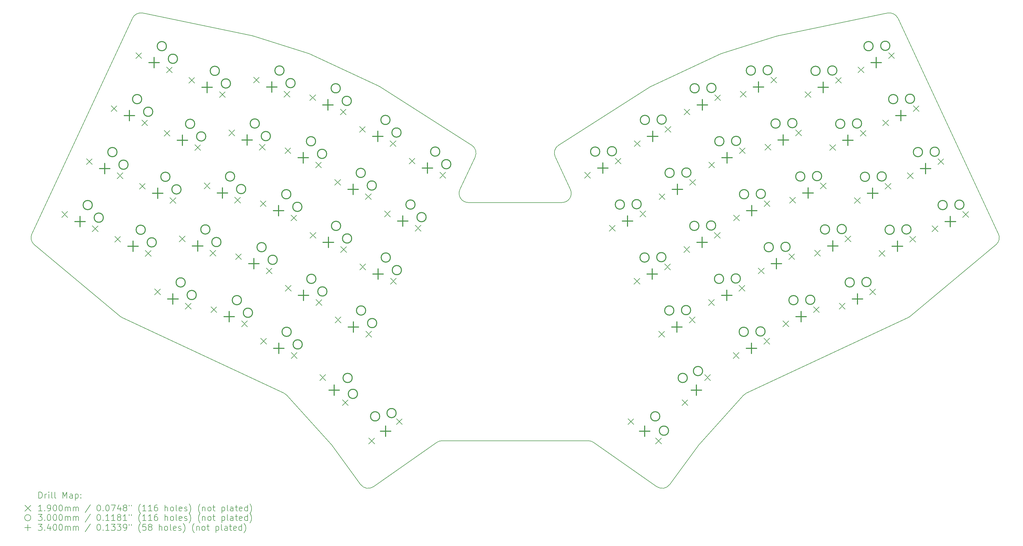
<source format=gbr>
%TF.GenerationSoftware,KiCad,Pcbnew,8.0.7*%
%TF.CreationDate,2024-12-23T04:44:59-05:00*%
%TF.ProjectId,mx,6d782e6b-6963-4616-945f-706362585858,v1.0.0*%
%TF.SameCoordinates,Original*%
%TF.FileFunction,Drillmap*%
%TF.FilePolarity,Positive*%
%FSLAX45Y45*%
G04 Gerber Fmt 4.5, Leading zero omitted, Abs format (unit mm)*
G04 Created by KiCad (PCBNEW 8.0.7) date 2024-12-23 04:44:59*
%MOMM*%
%LPD*%
G01*
G04 APERTURE LIST*
%ADD10C,0.150000*%
%ADD11C,0.200000*%
%ADD12C,0.190000*%
%ADD13C,0.300000*%
%ADD14C,0.340000*%
G04 APERTURE END LIST*
D10*
X18672499Y-20148581D02*
X23439315Y-20148581D01*
X13627507Y-18675261D02*
X15052176Y-20257517D01*
X16438474Y-21646630D02*
X18500426Y-20202836D01*
X8584977Y-6377286D02*
X5309059Y-13402515D01*
X33194062Y-6210314D02*
G75*
G02*
X33526836Y-6377286I60878J-293766D01*
G01*
X26087169Y-21578519D02*
X27040826Y-20280621D01*
X22855001Y-11956866D02*
G75*
G02*
X22583109Y-12383648I-271892J-126784D01*
G01*
X18500426Y-20202836D02*
G75*
G02*
X18672499Y-20148581I172064J-245715D01*
G01*
X8274853Y-16149427D02*
G75*
G02*
X8209849Y-16108166I126987J271897D01*
G01*
X29578595Y-6961223D02*
G75*
G02*
X29608041Y-6953544I90335J-286087D01*
G01*
X5389011Y-13759863D02*
G75*
G02*
X5309058Y-13402514I191939J230563D01*
G01*
X25474115Y-8604330D02*
G75*
G02*
X25508416Y-8585522I161175J-253260D01*
G01*
X33901966Y-16108167D02*
X36722802Y-13759863D01*
X27040826Y-20280621D02*
G75*
G02*
X27059638Y-20257516I241934J-177769D01*
G01*
X22360161Y-10895677D02*
G75*
G02*
X22470967Y-10515807I271889J126787D01*
G01*
X16603399Y-8585522D02*
X14368627Y-7543431D01*
X23439315Y-20148581D02*
G75*
G02*
X23611386Y-20202838I-6J-299999D01*
G01*
X13531498Y-18604179D02*
G75*
G02*
X13627507Y-18675261I-126968J-271872D01*
G01*
X15052176Y-20257517D02*
G75*
G02*
X15070987Y-20280622I-222536J-200393D01*
G01*
X12503773Y-6953545D02*
G75*
G02*
X12533220Y-6961224I-60903J-293845D01*
G01*
X19640846Y-10515809D02*
X16637699Y-8604331D01*
X36802755Y-13402515D02*
G75*
G02*
X36722801Y-13759861I-271885J-126785D01*
G01*
X22583109Y-12383652D02*
X19528705Y-12383651D01*
X19640846Y-10515809D02*
G75*
G02*
X19751650Y-10895676I-161086J-253082D01*
G01*
X28580315Y-18604178D02*
X33836961Y-16149427D01*
X29578595Y-6961223D02*
X27779643Y-7529245D01*
X19528705Y-12383651D02*
G75*
G02*
X19256820Y-11956869I-5J299991D01*
G01*
X15070988Y-20280621D02*
X16024645Y-21578519D01*
X8274853Y-16149427D02*
X13531498Y-18604179D01*
X22360161Y-10895677D02*
X22855001Y-11956866D01*
X27743187Y-7543431D02*
X25508415Y-8585522D01*
X36802755Y-13402515D02*
X33526837Y-6377286D01*
X23611388Y-20202835D02*
X25673341Y-21646630D01*
X16438474Y-21646630D02*
G75*
G02*
X16024645Y-21578519I-172074J245740D01*
G01*
X8584977Y-6377286D02*
G75*
G02*
X8917753Y-6210313I271893J-126784D01*
G01*
X28484308Y-18675262D02*
G75*
G02*
X28580315Y-18604177I222962J-200758D01*
G01*
X12503773Y-6953545D02*
X8917752Y-6210315D01*
X5389011Y-13759863D02*
X8209849Y-16108167D01*
X25474115Y-8604330D02*
X22470968Y-10515808D01*
X14332171Y-7529245D02*
X12533220Y-6961224D01*
X14332171Y-7529245D02*
G75*
G02*
X14368627Y-7543431I-90291J-285975D01*
G01*
X27059638Y-20257517D02*
X28484308Y-18675262D01*
X33194062Y-6210314D02*
X29608041Y-6953544D01*
X33901966Y-16108167D02*
G75*
G02*
X33836962Y-16149428I-191936J230547D01*
G01*
X26087169Y-21578519D02*
G75*
G02*
X25673344Y-21646626I-241749J177619D01*
G01*
X19256813Y-11956866D02*
X19751653Y-10895677D01*
X27743187Y-7543431D02*
G75*
G02*
X27779643Y-7529245I126833J-272009D01*
G01*
X16603399Y-8585522D02*
G75*
G02*
X16637699Y-8604331I-126719J-271768D01*
G01*
D11*
D12*
X6282391Y-12678726D02*
X6472391Y-12868726D01*
X6472391Y-12678726D02*
X6282391Y-12868726D01*
X7087479Y-10952210D02*
X7277479Y-11142210D01*
X7277479Y-10952210D02*
X7087479Y-11142210D01*
X7279329Y-13143607D02*
X7469329Y-13333607D01*
X7469329Y-13143607D02*
X7279329Y-13333607D01*
X7892567Y-9225694D02*
X8082567Y-9415694D01*
X8082567Y-9225694D02*
X7892567Y-9415694D01*
X8008907Y-13483814D02*
X8198907Y-13673814D01*
X8198907Y-13483814D02*
X8008907Y-13673814D01*
X8084417Y-11417090D02*
X8274417Y-11607090D01*
X8274417Y-11417090D02*
X8084417Y-11607090D01*
X8697654Y-7499177D02*
X8887654Y-7689177D01*
X8887654Y-7499177D02*
X8697654Y-7689177D01*
X8813995Y-11757298D02*
X9003995Y-11947298D01*
X9003995Y-11757298D02*
X8813995Y-11947298D01*
X8889505Y-9690574D02*
X9079505Y-9880574D01*
X9079505Y-9690574D02*
X8889505Y-9880574D01*
X9005846Y-13948694D02*
X9195846Y-14138694D01*
X9195846Y-13948694D02*
X9005846Y-14138694D01*
X9310692Y-15199741D02*
X9500692Y-15389741D01*
X9500692Y-15199741D02*
X9310692Y-15389741D01*
X9619083Y-10030782D02*
X9809083Y-10220782D01*
X9809083Y-10030782D02*
X9619083Y-10220782D01*
X9694593Y-7964058D02*
X9884593Y-8154058D01*
X9884593Y-7964058D02*
X9694593Y-8154058D01*
X9810934Y-12222178D02*
X10000934Y-12412178D01*
X10000934Y-12222178D02*
X9810934Y-12412178D01*
X10115780Y-13473225D02*
X10305780Y-13663225D01*
X10305780Y-13473225D02*
X10115780Y-13663225D01*
X10307631Y-15664621D02*
X10497631Y-15854621D01*
X10497631Y-15664621D02*
X10307631Y-15854621D01*
X10424171Y-8304265D02*
X10614171Y-8494265D01*
X10614171Y-8304265D02*
X10424171Y-8494265D01*
X10616021Y-10495662D02*
X10806021Y-10685662D01*
X10806021Y-10495662D02*
X10616021Y-10685662D01*
X10920868Y-11746708D02*
X11110868Y-11936708D01*
X11110868Y-11746708D02*
X10920868Y-11936708D01*
X11112719Y-13938105D02*
X11302719Y-14128105D01*
X11302719Y-13938105D02*
X11112719Y-14128105D01*
X11142863Y-15778252D02*
X11332863Y-15968252D01*
X11332863Y-15778252D02*
X11142863Y-15968252D01*
X11421109Y-8769146D02*
X11611109Y-8959146D01*
X11611109Y-8769146D02*
X11421109Y-8959146D01*
X11725956Y-10020192D02*
X11915956Y-10210192D01*
X11915956Y-10020192D02*
X11725956Y-10210192D01*
X11917806Y-12211589D02*
X12107806Y-12401589D01*
X12107806Y-12211589D02*
X11917806Y-12401589D01*
X11947951Y-14051735D02*
X12137951Y-14241735D01*
X12137951Y-14051735D02*
X11947951Y-14241735D01*
X12139801Y-16243133D02*
X12329801Y-16433133D01*
X12329801Y-16243133D02*
X12139801Y-16433133D01*
X12531043Y-8293676D02*
X12721043Y-8483676D01*
X12721043Y-8293676D02*
X12531043Y-8483676D01*
X12722894Y-10485073D02*
X12912894Y-10675073D01*
X12912894Y-10485073D02*
X12722894Y-10675073D01*
X12753039Y-12325219D02*
X12943039Y-12515219D01*
X12943039Y-12325219D02*
X12753039Y-12515219D01*
X12763725Y-16809917D02*
X12953725Y-16999917D01*
X12953725Y-16809917D02*
X12763725Y-16999917D01*
X12944890Y-14516616D02*
X13134890Y-14706616D01*
X13134890Y-14516616D02*
X12944890Y-14706616D01*
X13527982Y-8758556D02*
X13717982Y-8948556D01*
X13717982Y-8758556D02*
X13527982Y-8948556D01*
X13558126Y-10598703D02*
X13748126Y-10788703D01*
X13748126Y-10598703D02*
X13558126Y-10788703D01*
X13568813Y-15083400D02*
X13758813Y-15273400D01*
X13758813Y-15083400D02*
X13568813Y-15273400D01*
X13749977Y-12790100D02*
X13939977Y-12980100D01*
X13939977Y-12790100D02*
X13749977Y-12980100D01*
X13760664Y-17274797D02*
X13950664Y-17464797D01*
X13950664Y-17274797D02*
X13760664Y-17464797D01*
X14363214Y-8872187D02*
X14553214Y-9062187D01*
X14553214Y-8872187D02*
X14363214Y-9062187D01*
X14373901Y-13356884D02*
X14563901Y-13546884D01*
X14563901Y-13356884D02*
X14373901Y-13546884D01*
X14555065Y-11063583D02*
X14745065Y-11253583D01*
X14745065Y-11063583D02*
X14555065Y-11253583D01*
X14565751Y-15548281D02*
X14755751Y-15738281D01*
X14755751Y-15548281D02*
X14565751Y-15738281D01*
X14691837Y-17995997D02*
X14881837Y-18185997D01*
X14881837Y-17995997D02*
X14691837Y-18185997D01*
X15178988Y-11630367D02*
X15368988Y-11820367D01*
X15368988Y-11630367D02*
X15178988Y-11820367D01*
X15189675Y-16115065D02*
X15379675Y-16305065D01*
X15379675Y-16115065D02*
X15189675Y-16305065D01*
X15360153Y-9337067D02*
X15550153Y-9527067D01*
X15550153Y-9337067D02*
X15360153Y-9527067D01*
X15370839Y-13821764D02*
X15560839Y-14011764D01*
X15560839Y-13821764D02*
X15370839Y-14011764D01*
X15427881Y-18813456D02*
X15617881Y-19003456D01*
X15617881Y-18813456D02*
X15427881Y-19003456D01*
X15984076Y-9903852D02*
X16174076Y-10093852D01*
X16174076Y-9903852D02*
X15984076Y-10093852D01*
X15994762Y-14388549D02*
X16184762Y-14578549D01*
X16184762Y-14388549D02*
X15994762Y-14578549D01*
X16175927Y-12095248D02*
X16365927Y-12285248D01*
X16365927Y-12095248D02*
X16175927Y-12285248D01*
X16186613Y-16579946D02*
X16376613Y-16769946D01*
X16376613Y-16579946D02*
X16186613Y-16769946D01*
X16287983Y-20061464D02*
X16477983Y-20251464D01*
X16477983Y-20061464D02*
X16287983Y-20251464D01*
X16799850Y-12662032D02*
X16989850Y-12852032D01*
X16989850Y-12662032D02*
X16799850Y-12852032D01*
X16981015Y-10368732D02*
X17171015Y-10558732D01*
X17171015Y-10368732D02*
X16981015Y-10558732D01*
X16991700Y-14853429D02*
X17181700Y-15043429D01*
X17181700Y-14853429D02*
X16991700Y-15043429D01*
X17189050Y-19430531D02*
X17379050Y-19620531D01*
X17379050Y-19430531D02*
X17189050Y-19620531D01*
X17604938Y-10935516D02*
X17794938Y-11125516D01*
X17794938Y-10935516D02*
X17604938Y-11125516D01*
X17796789Y-13126913D02*
X17986789Y-13316913D01*
X17986789Y-13126913D02*
X17796789Y-13316913D01*
X18601877Y-11400396D02*
X18791877Y-11590396D01*
X18791877Y-11400396D02*
X18601877Y-11590396D01*
X23319938Y-11400396D02*
X23509938Y-11590396D01*
X23509938Y-11400396D02*
X23319938Y-11590396D01*
X24125026Y-13126913D02*
X24315026Y-13316913D01*
X24315026Y-13126913D02*
X24125026Y-13316913D01*
X24316877Y-10935517D02*
X24506877Y-11125517D01*
X24506877Y-10935517D02*
X24316877Y-11125517D01*
X24732764Y-19430531D02*
X24922764Y-19620531D01*
X24922764Y-19430531D02*
X24732764Y-19620531D01*
X24930113Y-14853429D02*
X25120113Y-15043429D01*
X25120113Y-14853429D02*
X24930113Y-15043429D01*
X24940800Y-10368732D02*
X25130800Y-10558732D01*
X25130800Y-10368732D02*
X24940800Y-10558732D01*
X25121965Y-12662033D02*
X25311965Y-12852033D01*
X25311965Y-12662033D02*
X25121965Y-12852033D01*
X25633831Y-20061465D02*
X25823831Y-20251465D01*
X25823831Y-20061465D02*
X25633831Y-20251465D01*
X25735201Y-16579945D02*
X25925201Y-16769945D01*
X25925201Y-16579945D02*
X25735201Y-16769945D01*
X25745887Y-12095248D02*
X25935887Y-12285248D01*
X25935887Y-12095248D02*
X25745887Y-12285248D01*
X25927052Y-14388549D02*
X26117052Y-14578549D01*
X26117052Y-14388549D02*
X25927052Y-14578549D01*
X25937739Y-9903852D02*
X26127739Y-10093852D01*
X26127739Y-9903852D02*
X25937739Y-10093852D01*
X26493933Y-18813456D02*
X26683933Y-19003456D01*
X26683933Y-18813456D02*
X26493933Y-19003456D01*
X26550975Y-13821764D02*
X26740975Y-14011764D01*
X26740975Y-13821764D02*
X26550975Y-14011764D01*
X26561661Y-9337067D02*
X26751661Y-9527067D01*
X26751661Y-9337067D02*
X26561661Y-9527067D01*
X26732140Y-16115065D02*
X26922140Y-16305065D01*
X26922140Y-16115065D02*
X26732140Y-16305065D01*
X26742826Y-11630368D02*
X26932826Y-11820368D01*
X26932826Y-11630368D02*
X26742826Y-11820368D01*
X27229977Y-17995997D02*
X27419977Y-18185997D01*
X27419977Y-17995997D02*
X27229977Y-18185997D01*
X27356063Y-15548281D02*
X27546063Y-15738281D01*
X27546063Y-15548281D02*
X27356063Y-15738281D01*
X27366749Y-11063583D02*
X27556749Y-11253583D01*
X27556749Y-11063583D02*
X27366749Y-11253583D01*
X27547914Y-13356884D02*
X27737914Y-13546884D01*
X27737914Y-13356884D02*
X27547914Y-13546884D01*
X27558600Y-8872187D02*
X27748600Y-9062187D01*
X27748600Y-8872187D02*
X27558600Y-9062187D01*
X28161151Y-17274797D02*
X28351151Y-17464797D01*
X28351151Y-17274797D02*
X28161151Y-17464797D01*
X28171836Y-12790099D02*
X28361836Y-12980099D01*
X28361836Y-12790099D02*
X28171836Y-12980099D01*
X28353002Y-15083401D02*
X28543002Y-15273401D01*
X28543002Y-15083401D02*
X28353002Y-15273401D01*
X28363688Y-10598703D02*
X28553688Y-10788703D01*
X28553688Y-10598703D02*
X28363688Y-10788703D01*
X28393832Y-8758556D02*
X28583832Y-8948556D01*
X28583832Y-8758556D02*
X28393832Y-8948556D01*
X28976925Y-14516616D02*
X29166925Y-14706616D01*
X29166925Y-14516616D02*
X28976925Y-14706616D01*
X29158090Y-16809917D02*
X29348090Y-16999917D01*
X29348090Y-16809917D02*
X29158090Y-16999917D01*
X29168775Y-12325219D02*
X29358775Y-12515219D01*
X29358775Y-12325219D02*
X29168775Y-12515219D01*
X29198920Y-10485072D02*
X29388920Y-10675072D01*
X29388920Y-10485072D02*
X29198920Y-10675072D01*
X29390771Y-8293676D02*
X29580771Y-8483676D01*
X29580771Y-8293676D02*
X29390771Y-8483676D01*
X29782012Y-16243132D02*
X29972012Y-16433132D01*
X29972012Y-16243132D02*
X29782012Y-16433132D01*
X29973864Y-14051736D02*
X30163864Y-14241736D01*
X30163864Y-14051736D02*
X29973864Y-14241736D01*
X30004008Y-12211589D02*
X30194008Y-12401589D01*
X30194008Y-12211589D02*
X30004008Y-12401589D01*
X30195859Y-10020193D02*
X30385859Y-10210193D01*
X30385859Y-10020193D02*
X30195859Y-10210193D01*
X30500705Y-8769145D02*
X30690705Y-8959145D01*
X30690705Y-8769145D02*
X30500705Y-8959145D01*
X30778951Y-15778252D02*
X30968951Y-15968252D01*
X30968951Y-15778252D02*
X30778951Y-15968252D01*
X30809096Y-13938105D02*
X30999096Y-14128105D01*
X30999096Y-13938105D02*
X30809096Y-14128105D01*
X31000947Y-11746709D02*
X31190947Y-11936709D01*
X31190947Y-11746709D02*
X31000947Y-11936709D01*
X31305793Y-10495661D02*
X31495793Y-10685661D01*
X31495793Y-10495661D02*
X31305793Y-10685661D01*
X31497644Y-8304265D02*
X31687644Y-8494265D01*
X31687644Y-8304265D02*
X31497644Y-8494265D01*
X31614183Y-15664621D02*
X31804183Y-15854621D01*
X31804183Y-15664621D02*
X31614183Y-15854621D01*
X31806035Y-13473225D02*
X31996035Y-13663225D01*
X31996035Y-13473225D02*
X31806035Y-13663225D01*
X32110880Y-12222178D02*
X32300880Y-12412178D01*
X32300880Y-12222178D02*
X32110880Y-12412178D01*
X32227221Y-7964057D02*
X32417221Y-8154057D01*
X32417221Y-7964057D02*
X32227221Y-8154057D01*
X32302732Y-10030782D02*
X32492732Y-10220782D01*
X32492732Y-10030782D02*
X32302732Y-10220782D01*
X32611122Y-15199741D02*
X32801122Y-15389741D01*
X32801122Y-15199741D02*
X32611122Y-15389741D01*
X32915968Y-13948694D02*
X33105968Y-14138694D01*
X33105968Y-13948694D02*
X32915968Y-14138694D01*
X33032309Y-9690574D02*
X33222309Y-9880574D01*
X33222309Y-9690574D02*
X33032309Y-9880574D01*
X33107819Y-11757298D02*
X33297819Y-11947298D01*
X33297819Y-11757298D02*
X33107819Y-11947298D01*
X33224160Y-7499178D02*
X33414160Y-7689178D01*
X33414160Y-7499178D02*
X33224160Y-7689178D01*
X33837397Y-11417090D02*
X34027397Y-11607090D01*
X34027397Y-11417090D02*
X33837397Y-11607090D01*
X33912907Y-13483814D02*
X34102907Y-13673814D01*
X34102907Y-13483814D02*
X33912907Y-13673814D01*
X34029248Y-9225694D02*
X34219248Y-9415694D01*
X34219248Y-9225694D02*
X34029248Y-9415694D01*
X34642484Y-13143606D02*
X34832484Y-13333606D01*
X34832484Y-13143606D02*
X34642484Y-13333606D01*
X34834336Y-10952210D02*
X35024336Y-11142210D01*
X35024336Y-10952210D02*
X34834336Y-11142210D01*
X35639423Y-12678726D02*
X35829423Y-12868726D01*
X35829423Y-12678726D02*
X35639423Y-12868726D01*
D13*
X7277318Y-12466914D02*
G75*
G02*
X6977318Y-12466914I-150000J0D01*
G01*
X6977318Y-12466914D02*
G75*
G02*
X7277318Y-12466914I150000J0D01*
G01*
X7637496Y-12877610D02*
G75*
G02*
X7337496Y-12877610I-150000J0D01*
G01*
X7337496Y-12877610D02*
G75*
G02*
X7637496Y-12877610I150000J0D01*
G01*
X8082406Y-10740397D02*
G75*
G02*
X7782406Y-10740397I-150000J0D01*
G01*
X7782406Y-10740397D02*
G75*
G02*
X8082406Y-10740397I150000J0D01*
G01*
X8442584Y-11151093D02*
G75*
G02*
X8142583Y-11151093I-150000J0D01*
G01*
X8142583Y-11151093D02*
G75*
G02*
X8442584Y-11151093I150000J0D01*
G01*
X8887494Y-9013881D02*
G75*
G02*
X8587494Y-9013881I-150000J0D01*
G01*
X8587494Y-9013881D02*
G75*
G02*
X8887494Y-9013881I150000J0D01*
G01*
X9003834Y-13272001D02*
G75*
G02*
X8703834Y-13272001I-150000J0D01*
G01*
X8703834Y-13272001D02*
G75*
G02*
X9003834Y-13272001I150000J0D01*
G01*
X9247672Y-9424577D02*
G75*
G02*
X8947672Y-9424577I-150000J0D01*
G01*
X8947672Y-9424577D02*
G75*
G02*
X9247672Y-9424577I150000J0D01*
G01*
X9364012Y-13682697D02*
G75*
G02*
X9064012Y-13682697I-150000J0D01*
G01*
X9064012Y-13682697D02*
G75*
G02*
X9364012Y-13682697I150000J0D01*
G01*
X9692581Y-7287364D02*
G75*
G02*
X9392581Y-7287364I-150000J0D01*
G01*
X9392581Y-7287364D02*
G75*
G02*
X9692581Y-7287364I150000J0D01*
G01*
X9808922Y-11545485D02*
G75*
G02*
X9508922Y-11545485I-150000J0D01*
G01*
X9508922Y-11545485D02*
G75*
G02*
X9808922Y-11545485I150000J0D01*
G01*
X10052759Y-7698061D02*
G75*
G02*
X9752759Y-7698061I-150000J0D01*
G01*
X9752759Y-7698061D02*
G75*
G02*
X10052759Y-7698061I150000J0D01*
G01*
X10169100Y-11956181D02*
G75*
G02*
X9869100Y-11956181I-150000J0D01*
G01*
X9869100Y-11956181D02*
G75*
G02*
X10169100Y-11956181I150000J0D01*
G01*
X10305620Y-14987928D02*
G75*
G02*
X10005620Y-14987928I-150000J0D01*
G01*
X10005620Y-14987928D02*
G75*
G02*
X10305620Y-14987928I150000J0D01*
G01*
X10614010Y-9818969D02*
G75*
G02*
X10314010Y-9818969I-150000J0D01*
G01*
X10314010Y-9818969D02*
G75*
G02*
X10614010Y-9818969I150000J0D01*
G01*
X10665797Y-15398624D02*
G75*
G02*
X10365797Y-15398624I-150000J0D01*
G01*
X10365797Y-15398624D02*
G75*
G02*
X10665797Y-15398624I150000J0D01*
G01*
X10974188Y-10229665D02*
G75*
G02*
X10674188Y-10229665I-150000J0D01*
G01*
X10674188Y-10229665D02*
G75*
G02*
X10974188Y-10229665I150000J0D01*
G01*
X11110708Y-13261412D02*
G75*
G02*
X10810708Y-13261412I-150000J0D01*
G01*
X10810708Y-13261412D02*
G75*
G02*
X11110708Y-13261412I150000J0D01*
G01*
X11419098Y-8092452D02*
G75*
G02*
X11119098Y-8092452I-150000J0D01*
G01*
X11119098Y-8092452D02*
G75*
G02*
X11419098Y-8092452I150000J0D01*
G01*
X11470885Y-13672109D02*
G75*
G02*
X11170885Y-13672109I-150000J0D01*
G01*
X11170885Y-13672109D02*
G75*
G02*
X11470885Y-13672109I150000J0D01*
G01*
X11779275Y-8503149D02*
G75*
G02*
X11479275Y-8503149I-150000J0D01*
G01*
X11479275Y-8503149D02*
G75*
G02*
X11779275Y-8503149I150000J0D01*
G01*
X11915795Y-11534895D02*
G75*
G02*
X11615795Y-11534895I-150000J0D01*
G01*
X11615795Y-11534895D02*
G75*
G02*
X11915795Y-11534895I150000J0D01*
G01*
X12137790Y-15566439D02*
G75*
G02*
X11837790Y-15566439I-150000J0D01*
G01*
X11837790Y-15566439D02*
G75*
G02*
X12137790Y-15566439I150000J0D01*
G01*
X12275973Y-11945592D02*
G75*
G02*
X11975973Y-11945592I-150000J0D01*
G01*
X11975973Y-11945592D02*
G75*
G02*
X12275973Y-11945592I150000J0D01*
G01*
X12497968Y-15977136D02*
G75*
G02*
X12197968Y-15977136I-150000J0D01*
G01*
X12197968Y-15977136D02*
G75*
G02*
X12497968Y-15977136I150000J0D01*
G01*
X12720883Y-9808379D02*
G75*
G02*
X12420883Y-9808379I-150000J0D01*
G01*
X12420883Y-9808379D02*
G75*
G02*
X12720883Y-9808379I150000J0D01*
G01*
X12942878Y-13839922D02*
G75*
G02*
X12642878Y-13839922I-150000J0D01*
G01*
X12642878Y-13839922D02*
G75*
G02*
X12942878Y-13839922I150000J0D01*
G01*
X13081061Y-10219076D02*
G75*
G02*
X12781061Y-10219076I-150000J0D01*
G01*
X12781061Y-10219076D02*
G75*
G02*
X13081061Y-10219076I150000J0D01*
G01*
X13303056Y-14250619D02*
G75*
G02*
X13003056Y-14250619I-150000J0D01*
G01*
X13003056Y-14250619D02*
G75*
G02*
X13303056Y-14250619I150000J0D01*
G01*
X13525970Y-8081863D02*
G75*
G02*
X13225970Y-8081863I-150000J0D01*
G01*
X13225970Y-8081863D02*
G75*
G02*
X13525970Y-8081863I150000J0D01*
G01*
X13747966Y-12113406D02*
G75*
G02*
X13447966Y-12113406I-150000J0D01*
G01*
X13447966Y-12113406D02*
G75*
G02*
X13747966Y-12113406I150000J0D01*
G01*
X13758652Y-16598104D02*
G75*
G02*
X13458652Y-16598104I-150000J0D01*
G01*
X13458652Y-16598104D02*
G75*
G02*
X13758652Y-16598104I150000J0D01*
G01*
X13886148Y-8492560D02*
G75*
G02*
X13586148Y-8492560I-150000J0D01*
G01*
X13586148Y-8492560D02*
G75*
G02*
X13886148Y-8492560I150000J0D01*
G01*
X14108143Y-12524103D02*
G75*
G02*
X13808143Y-12524103I-150000J0D01*
G01*
X13808143Y-12524103D02*
G75*
G02*
X14108143Y-12524103I150000J0D01*
G01*
X14118830Y-17008800D02*
G75*
G02*
X13818830Y-17008800I-150000J0D01*
G01*
X13818830Y-17008800D02*
G75*
G02*
X14118830Y-17008800I150000J0D01*
G01*
X14553053Y-10386890D02*
G75*
G02*
X14253053Y-10386890I-150000J0D01*
G01*
X14253053Y-10386890D02*
G75*
G02*
X14553053Y-10386890I150000J0D01*
G01*
X14563740Y-14871588D02*
G75*
G02*
X14263740Y-14871588I-150000J0D01*
G01*
X14263740Y-14871588D02*
G75*
G02*
X14563740Y-14871588I150000J0D01*
G01*
X14913231Y-10797587D02*
G75*
G02*
X14613231Y-10797587I-150000J0D01*
G01*
X14613231Y-10797587D02*
G75*
G02*
X14913231Y-10797587I150000J0D01*
G01*
X14923918Y-15282284D02*
G75*
G02*
X14623918Y-15282284I-150000J0D01*
G01*
X14623918Y-15282284D02*
G75*
G02*
X14923918Y-15282284I150000J0D01*
G01*
X15358142Y-8660374D02*
G75*
G02*
X15058142Y-8660374I-150000J0D01*
G01*
X15058142Y-8660374D02*
G75*
G02*
X15358142Y-8660374I150000J0D01*
G01*
X15368828Y-13145071D02*
G75*
G02*
X15068828Y-13145071I-150000J0D01*
G01*
X15068828Y-13145071D02*
G75*
G02*
X15368828Y-13145071I150000J0D01*
G01*
X15718319Y-9071070D02*
G75*
G02*
X15418319Y-9071070I-150000J0D01*
G01*
X15418319Y-9071070D02*
G75*
G02*
X15718319Y-9071070I150000J0D01*
G01*
X15729006Y-13555767D02*
G75*
G02*
X15429006Y-13555767I-150000J0D01*
G01*
X15429006Y-13555767D02*
G75*
G02*
X15729006Y-13555767I150000J0D01*
G01*
X15747030Y-18101594D02*
G75*
G02*
X15447030Y-18101594I-150000J0D01*
G01*
X15447030Y-18101594D02*
G75*
G02*
X15747030Y-18101594I150000J0D01*
G01*
X15918104Y-18620375D02*
G75*
G02*
X15618104Y-18620375I-150000J0D01*
G01*
X15618104Y-18620375D02*
G75*
G02*
X15918104Y-18620375I150000J0D01*
G01*
X16173915Y-11418554D02*
G75*
G02*
X15873915Y-11418554I-150000J0D01*
G01*
X15873915Y-11418554D02*
G75*
G02*
X16173915Y-11418554I150000J0D01*
G01*
X16184602Y-15903252D02*
G75*
G02*
X15884602Y-15903252I-150000J0D01*
G01*
X15884602Y-15903252D02*
G75*
G02*
X16184602Y-15903252I150000J0D01*
G01*
X16534093Y-11829251D02*
G75*
G02*
X16234093Y-11829251I-150000J0D01*
G01*
X16234093Y-11829251D02*
G75*
G02*
X16534093Y-11829251I150000J0D01*
G01*
X16544780Y-16313949D02*
G75*
G02*
X16244780Y-16313949I-150000J0D01*
G01*
X16244780Y-16313949D02*
G75*
G02*
X16544780Y-16313949I150000J0D01*
G01*
X16642239Y-19353602D02*
G75*
G02*
X16342239Y-19353602I-150000J0D01*
G01*
X16342239Y-19353602D02*
G75*
G02*
X16642239Y-19353602I150000J0D01*
G01*
X16979003Y-9692039D02*
G75*
G02*
X16679003Y-9692039I-150000J0D01*
G01*
X16679003Y-9692039D02*
G75*
G02*
X16979003Y-9692039I150000J0D01*
G01*
X16989689Y-14176736D02*
G75*
G02*
X16689689Y-14176736I-150000J0D01*
G01*
X16689689Y-14176736D02*
G75*
G02*
X16989689Y-14176736I150000J0D01*
G01*
X17178002Y-19247027D02*
G75*
G02*
X16878002Y-19247027I-150000J0D01*
G01*
X16878002Y-19247027D02*
G75*
G02*
X17178002Y-19247027I150000J0D01*
G01*
X17339181Y-10102735D02*
G75*
G02*
X17039181Y-10102735I-150000J0D01*
G01*
X17039181Y-10102735D02*
G75*
G02*
X17339181Y-10102735I150000J0D01*
G01*
X17349867Y-14587433D02*
G75*
G02*
X17049867Y-14587433I-150000J0D01*
G01*
X17049867Y-14587433D02*
G75*
G02*
X17349867Y-14587433I150000J0D01*
G01*
X17794777Y-12450220D02*
G75*
G02*
X17494777Y-12450220I-150000J0D01*
G01*
X17494777Y-12450220D02*
G75*
G02*
X17794777Y-12450220I150000J0D01*
G01*
X18154955Y-12860916D02*
G75*
G02*
X17854955Y-12860916I-150000J0D01*
G01*
X17854955Y-12860916D02*
G75*
G02*
X18154955Y-12860916I150000J0D01*
G01*
X18599865Y-10723703D02*
G75*
G02*
X18299865Y-10723703I-150000J0D01*
G01*
X18299865Y-10723703D02*
G75*
G02*
X18599865Y-10723703I150000J0D01*
G01*
X18960043Y-11134400D02*
G75*
G02*
X18660043Y-11134400I-150000J0D01*
G01*
X18660043Y-11134400D02*
G75*
G02*
X18960043Y-11134400I150000J0D01*
G01*
X23811949Y-10723704D02*
G75*
G02*
X23511949Y-10723704I-150000J0D01*
G01*
X23511949Y-10723704D02*
G75*
G02*
X23811949Y-10723704I150000J0D01*
G01*
X24358079Y-10711782D02*
G75*
G02*
X24058079Y-10711782I-150000J0D01*
G01*
X24058079Y-10711782D02*
G75*
G02*
X24358079Y-10711782I150000J0D01*
G01*
X24617037Y-12450220D02*
G75*
G02*
X24317037Y-12450220I-150000J0D01*
G01*
X24317037Y-12450220D02*
G75*
G02*
X24617037Y-12450220I150000J0D01*
G01*
X25163167Y-12438298D02*
G75*
G02*
X24863167Y-12438298I-150000J0D01*
G01*
X24863167Y-12438298D02*
G75*
G02*
X25163167Y-12438298I150000J0D01*
G01*
X25422125Y-14176736D02*
G75*
G02*
X25122125Y-14176736I-150000J0D01*
G01*
X25122125Y-14176736D02*
G75*
G02*
X25422125Y-14176736I150000J0D01*
G01*
X25432811Y-9692039D02*
G75*
G02*
X25132811Y-9692039I-150000J0D01*
G01*
X25132811Y-9692039D02*
G75*
G02*
X25432811Y-9692039I150000J0D01*
G01*
X25769575Y-19353602D02*
G75*
G02*
X25469575Y-19353602I-150000J0D01*
G01*
X25469575Y-19353602D02*
G75*
G02*
X25769575Y-19353602I150000J0D01*
G01*
X25968255Y-14164815D02*
G75*
G02*
X25668255Y-14164815I-150000J0D01*
G01*
X25668255Y-14164815D02*
G75*
G02*
X25968255Y-14164815I150000J0D01*
G01*
X25978941Y-9680117D02*
G75*
G02*
X25678941Y-9680117I-150000J0D01*
G01*
X25678941Y-9680117D02*
G75*
G02*
X25978941Y-9680117I150000J0D01*
G01*
X26052965Y-19820604D02*
G75*
G02*
X25752965Y-19820604I-150000J0D01*
G01*
X25752965Y-19820604D02*
G75*
G02*
X26052965Y-19820604I150000J0D01*
G01*
X26227213Y-15903252D02*
G75*
G02*
X25927213Y-15903252I-150000J0D01*
G01*
X25927213Y-15903252D02*
G75*
G02*
X26227213Y-15903252I150000J0D01*
G01*
X26237898Y-11418555D02*
G75*
G02*
X25937898Y-11418555I-150000J0D01*
G01*
X25937898Y-11418555D02*
G75*
G02*
X26237898Y-11418555I150000J0D01*
G01*
X26664783Y-18101594D02*
G75*
G02*
X26364783Y-18101594I-150000J0D01*
G01*
X26364783Y-18101594D02*
G75*
G02*
X26664783Y-18101594I150000J0D01*
G01*
X26773343Y-15891331D02*
G75*
G02*
X26473343Y-15891331I-150000J0D01*
G01*
X26473343Y-15891331D02*
G75*
G02*
X26773343Y-15891331I150000J0D01*
G01*
X26784028Y-11406633D02*
G75*
G02*
X26484028Y-11406633I-150000J0D01*
G01*
X26484028Y-11406633D02*
G75*
G02*
X26784028Y-11406633I150000J0D01*
G01*
X27042986Y-13145071D02*
G75*
G02*
X26742986Y-13145071I-150000J0D01*
G01*
X26742986Y-13145071D02*
G75*
G02*
X27042986Y-13145071I150000J0D01*
G01*
X27053672Y-8660374D02*
G75*
G02*
X26753672Y-8660374I-150000J0D01*
G01*
X26753672Y-8660374D02*
G75*
G02*
X27053672Y-8660374I150000J0D01*
G01*
X27162841Y-17877230D02*
G75*
G02*
X26862841Y-17877230I-150000J0D01*
G01*
X26862841Y-17877230D02*
G75*
G02*
X27162841Y-17877230I150000J0D01*
G01*
X27589116Y-13133149D02*
G75*
G02*
X27289116Y-13133149I-150000J0D01*
G01*
X27289116Y-13133149D02*
G75*
G02*
X27589116Y-13133149I150000J0D01*
G01*
X27599802Y-8648453D02*
G75*
G02*
X27299802Y-8648453I-150000J0D01*
G01*
X27299802Y-8648453D02*
G75*
G02*
X27599802Y-8648453I150000J0D01*
G01*
X27848074Y-14871588D02*
G75*
G02*
X27548074Y-14871588I-150000J0D01*
G01*
X27548074Y-14871588D02*
G75*
G02*
X27848074Y-14871588I150000J0D01*
G01*
X27858760Y-10386890D02*
G75*
G02*
X27558760Y-10386890I-150000J0D01*
G01*
X27558760Y-10386890D02*
G75*
G02*
X27858760Y-10386890I150000J0D01*
G01*
X28394204Y-14859666D02*
G75*
G02*
X28094204Y-14859666I-150000J0D01*
G01*
X28094204Y-14859666D02*
G75*
G02*
X28394204Y-14859666I150000J0D01*
G01*
X28404890Y-10374968D02*
G75*
G02*
X28104890Y-10374968I-150000J0D01*
G01*
X28104890Y-10374968D02*
G75*
G02*
X28404890Y-10374968I150000J0D01*
G01*
X28653162Y-16598104D02*
G75*
G02*
X28353162Y-16598104I-150000J0D01*
G01*
X28353162Y-16598104D02*
G75*
G02*
X28653162Y-16598104I150000J0D01*
G01*
X28663848Y-12113406D02*
G75*
G02*
X28363848Y-12113406I-150000J0D01*
G01*
X28363848Y-12113406D02*
G75*
G02*
X28663848Y-12113406I150000J0D01*
G01*
X28885844Y-8081863D02*
G75*
G02*
X28585844Y-8081863I-150000J0D01*
G01*
X28585844Y-8081863D02*
G75*
G02*
X28885844Y-8081863I150000J0D01*
G01*
X29199292Y-16586182D02*
G75*
G02*
X28899292Y-16586182I-150000J0D01*
G01*
X28899292Y-16586182D02*
G75*
G02*
X29199292Y-16586182I150000J0D01*
G01*
X29209978Y-12101485D02*
G75*
G02*
X28909978Y-12101485I-150000J0D01*
G01*
X28909978Y-12101485D02*
G75*
G02*
X29209978Y-12101485I150000J0D01*
G01*
X29431974Y-8069941D02*
G75*
G02*
X29131974Y-8069941I-150000J0D01*
G01*
X29131974Y-8069941D02*
G75*
G02*
X29431974Y-8069941I150000J0D01*
G01*
X29468936Y-13839923D02*
G75*
G02*
X29168936Y-13839923I-150000J0D01*
G01*
X29168936Y-13839923D02*
G75*
G02*
X29468936Y-13839923I150000J0D01*
G01*
X29690931Y-9808379D02*
G75*
G02*
X29390931Y-9808379I-150000J0D01*
G01*
X29390931Y-9808379D02*
G75*
G02*
X29690931Y-9808379I150000J0D01*
G01*
X30015066Y-13828001D02*
G75*
G02*
X29715066Y-13828001I-150000J0D01*
G01*
X29715066Y-13828001D02*
G75*
G02*
X30015066Y-13828001I150000J0D01*
G01*
X30237061Y-9796458D02*
G75*
G02*
X29937061Y-9796458I-150000J0D01*
G01*
X29937061Y-9796458D02*
G75*
G02*
X30237061Y-9796458I150000J0D01*
G01*
X30274024Y-15566439D02*
G75*
G02*
X29974024Y-15566439I-150000J0D01*
G01*
X29974024Y-15566439D02*
G75*
G02*
X30274024Y-15566439I150000J0D01*
G01*
X30496019Y-11534896D02*
G75*
G02*
X30196019Y-11534896I-150000J0D01*
G01*
X30196019Y-11534896D02*
G75*
G02*
X30496019Y-11534896I150000J0D01*
G01*
X30820154Y-15554518D02*
G75*
G02*
X30520154Y-15554518I-150000J0D01*
G01*
X30520154Y-15554518D02*
G75*
G02*
X30820154Y-15554518I150000J0D01*
G01*
X30992716Y-8092452D02*
G75*
G02*
X30692716Y-8092452I-150000J0D01*
G01*
X30692716Y-8092452D02*
G75*
G02*
X30992716Y-8092452I150000J0D01*
G01*
X31042149Y-11522974D02*
G75*
G02*
X30742149Y-11522974I-150000J0D01*
G01*
X30742149Y-11522974D02*
G75*
G02*
X31042149Y-11522974I150000J0D01*
G01*
X31301107Y-13261412D02*
G75*
G02*
X31001107Y-13261412I-150000J0D01*
G01*
X31001107Y-13261412D02*
G75*
G02*
X31301107Y-13261412I150000J0D01*
G01*
X31538846Y-8080531D02*
G75*
G02*
X31238846Y-8080531I-150000J0D01*
G01*
X31238846Y-8080531D02*
G75*
G02*
X31538846Y-8080531I150000J0D01*
G01*
X31797804Y-9818968D02*
G75*
G02*
X31497804Y-9818968I-150000J0D01*
G01*
X31497804Y-9818968D02*
G75*
G02*
X31797804Y-9818968I150000J0D01*
G01*
X31847237Y-13249490D02*
G75*
G02*
X31547237Y-13249490I-150000J0D01*
G01*
X31547237Y-13249490D02*
G75*
G02*
X31847237Y-13249490I150000J0D01*
G01*
X32106195Y-14987928D02*
G75*
G02*
X31806195Y-14987928I-150000J0D01*
G01*
X31806195Y-14987928D02*
G75*
G02*
X32106195Y-14987928I150000J0D01*
G01*
X32343934Y-9807047D02*
G75*
G02*
X32043934Y-9807047I-150000J0D01*
G01*
X32043934Y-9807047D02*
G75*
G02*
X32343934Y-9807047I150000J0D01*
G01*
X32602892Y-11545485D02*
G75*
G02*
X32302892Y-11545485I-150000J0D01*
G01*
X32302892Y-11545485D02*
G75*
G02*
X32602892Y-11545485I150000J0D01*
G01*
X32652325Y-14976007D02*
G75*
G02*
X32352325Y-14976007I-150000J0D01*
G01*
X32352325Y-14976007D02*
G75*
G02*
X32652325Y-14976007I150000J0D01*
G01*
X32719233Y-7287364D02*
G75*
G02*
X32419233Y-7287364I-150000J0D01*
G01*
X32419233Y-7287364D02*
G75*
G02*
X32719233Y-7287364I150000J0D01*
G01*
X33149022Y-11533563D02*
G75*
G02*
X32849022Y-11533563I-150000J0D01*
G01*
X32849022Y-11533563D02*
G75*
G02*
X33149022Y-11533563I150000J0D01*
G01*
X33265363Y-7275443D02*
G75*
G02*
X32965363Y-7275443I-150000J0D01*
G01*
X32965363Y-7275443D02*
G75*
G02*
X33265363Y-7275443I150000J0D01*
G01*
X33407980Y-13272001D02*
G75*
G02*
X33107980Y-13272001I-150000J0D01*
G01*
X33107980Y-13272001D02*
G75*
G02*
X33407980Y-13272001I150000J0D01*
G01*
X33524321Y-9013881D02*
G75*
G02*
X33224321Y-9013881I-150000J0D01*
G01*
X33224321Y-9013881D02*
G75*
G02*
X33524321Y-9013881I150000J0D01*
G01*
X33954110Y-13260080D02*
G75*
G02*
X33654110Y-13260080I-150000J0D01*
G01*
X33654110Y-13260080D02*
G75*
G02*
X33954110Y-13260080I150000J0D01*
G01*
X34070451Y-9001959D02*
G75*
G02*
X33770451Y-9001959I-150000J0D01*
G01*
X33770451Y-9001959D02*
G75*
G02*
X34070451Y-9001959I150000J0D01*
G01*
X34329408Y-10740397D02*
G75*
G02*
X34029408Y-10740397I-150000J0D01*
G01*
X34029408Y-10740397D02*
G75*
G02*
X34329408Y-10740397I150000J0D01*
G01*
X34875538Y-10728476D02*
G75*
G02*
X34575538Y-10728476I-150000J0D01*
G01*
X34575538Y-10728476D02*
G75*
G02*
X34875538Y-10728476I150000J0D01*
G01*
X35134496Y-12466913D02*
G75*
G02*
X34834496Y-12466913I-150000J0D01*
G01*
X34834496Y-12466913D02*
G75*
G02*
X35134496Y-12466913I150000J0D01*
G01*
X35680626Y-12454992D02*
G75*
G02*
X35380626Y-12454992I-150000J0D01*
G01*
X35380626Y-12454992D02*
G75*
G02*
X35680626Y-12454992I150000J0D01*
G01*
D14*
X6875860Y-12836167D02*
X6875860Y-13176167D01*
X6705860Y-13006167D02*
X7045860Y-13006167D01*
X7680948Y-11109650D02*
X7680948Y-11449650D01*
X7510948Y-11279650D02*
X7850948Y-11279650D01*
X8486036Y-9383134D02*
X8486036Y-9723134D01*
X8316036Y-9553134D02*
X8656036Y-9553134D01*
X8602376Y-13641254D02*
X8602376Y-13981254D01*
X8432376Y-13811254D02*
X8772376Y-13811254D01*
X9291123Y-7656617D02*
X9291123Y-7996617D01*
X9121123Y-7826617D02*
X9461123Y-7826617D01*
X9407464Y-11914738D02*
X9407464Y-12254738D01*
X9237464Y-12084738D02*
X9577464Y-12084738D01*
X9904162Y-15357181D02*
X9904162Y-15697181D01*
X9734162Y-15527181D02*
X10074162Y-15527181D01*
X10212552Y-10188222D02*
X10212552Y-10528222D01*
X10042552Y-10358222D02*
X10382552Y-10358222D01*
X10709250Y-13630665D02*
X10709250Y-13970665D01*
X10539250Y-13800665D02*
X10879250Y-13800665D01*
X11017640Y-8461705D02*
X11017640Y-8801705D01*
X10847640Y-8631705D02*
X11187640Y-8631705D01*
X11514337Y-11904148D02*
X11514337Y-12244148D01*
X11344337Y-12074148D02*
X11684337Y-12074148D01*
X11736332Y-15935692D02*
X11736332Y-16275692D01*
X11566332Y-16105692D02*
X11906332Y-16105692D01*
X12319425Y-10177632D02*
X12319425Y-10517632D01*
X12149425Y-10347632D02*
X12489425Y-10347632D01*
X12541420Y-14209176D02*
X12541420Y-14549176D01*
X12371420Y-14379176D02*
X12711420Y-14379176D01*
X13124513Y-8451116D02*
X13124513Y-8791116D01*
X12954513Y-8621116D02*
X13294513Y-8621116D01*
X13346508Y-12482659D02*
X13346508Y-12822659D01*
X13176508Y-12652659D02*
X13516508Y-12652659D01*
X13357194Y-16967357D02*
X13357194Y-17307357D01*
X13187194Y-17137357D02*
X13527194Y-17137357D01*
X14151596Y-10756143D02*
X14151596Y-11096143D01*
X13981596Y-10926143D02*
X14321596Y-10926143D01*
X14162282Y-15240841D02*
X14162282Y-15580841D01*
X13992282Y-15410841D02*
X14332282Y-15410841D01*
X14956684Y-9029627D02*
X14956684Y-9369627D01*
X14786684Y-9199627D02*
X15126684Y-9199627D01*
X14967370Y-13514324D02*
X14967370Y-13854324D01*
X14797370Y-13684324D02*
X15137370Y-13684324D01*
X15154859Y-18329727D02*
X15154859Y-18669727D01*
X14984859Y-18499727D02*
X15324859Y-18499727D01*
X15772457Y-11787807D02*
X15772457Y-12127807D01*
X15602457Y-11957807D02*
X15942457Y-11957807D01*
X15783144Y-16272505D02*
X15783144Y-16612505D01*
X15613144Y-16442505D02*
X15953144Y-16442505D01*
X16577545Y-10061292D02*
X16577545Y-10401292D01*
X16407545Y-10231292D02*
X16747545Y-10231292D01*
X16588231Y-14545989D02*
X16588231Y-14885989D01*
X16418231Y-14715989D02*
X16758231Y-14715989D01*
X16833517Y-19670997D02*
X16833517Y-20010997D01*
X16663517Y-19840997D02*
X17003517Y-19840997D01*
X17393319Y-12819473D02*
X17393319Y-13159473D01*
X17223319Y-12989473D02*
X17563319Y-12989473D01*
X18198407Y-11092956D02*
X18198407Y-11432956D01*
X18028407Y-11262956D02*
X18368407Y-11262956D01*
X23913407Y-11092957D02*
X23913407Y-11432957D01*
X23743407Y-11262957D02*
X24083407Y-11262957D01*
X24718495Y-12819473D02*
X24718495Y-13159473D01*
X24548495Y-12989473D02*
X24888495Y-12989473D01*
X25278297Y-19670998D02*
X25278297Y-20010998D01*
X25108297Y-19840998D02*
X25448297Y-19840998D01*
X25523583Y-14545989D02*
X25523583Y-14885989D01*
X25353583Y-14715989D02*
X25693583Y-14715989D01*
X25534269Y-10061292D02*
X25534269Y-10401292D01*
X25364269Y-10231292D02*
X25704269Y-10231292D01*
X26328671Y-16272505D02*
X26328671Y-16612505D01*
X26158671Y-16442505D02*
X26498671Y-16442505D01*
X26339356Y-11787808D02*
X26339356Y-12127808D01*
X26169356Y-11957808D02*
X26509356Y-11957808D01*
X26956955Y-18329726D02*
X26956955Y-18669726D01*
X26786955Y-18499726D02*
X27126955Y-18499726D01*
X27144444Y-13514324D02*
X27144444Y-13854324D01*
X26974444Y-13684324D02*
X27314444Y-13684324D01*
X27155130Y-9029627D02*
X27155130Y-9369627D01*
X26985130Y-9199627D02*
X27325130Y-9199627D01*
X27949532Y-15240841D02*
X27949532Y-15580841D01*
X27779532Y-15410841D02*
X28119532Y-15410841D01*
X27960218Y-10756143D02*
X27960218Y-11096143D01*
X27790218Y-10926143D02*
X28130218Y-10926143D01*
X28754620Y-16967357D02*
X28754620Y-17307357D01*
X28584620Y-17137357D02*
X28924620Y-17137357D01*
X28765306Y-12482659D02*
X28765306Y-12822659D01*
X28595306Y-12652659D02*
X28935306Y-12652659D01*
X28987302Y-8451116D02*
X28987302Y-8791116D01*
X28817302Y-8621116D02*
X29157302Y-8621116D01*
X29570394Y-14209176D02*
X29570394Y-14549176D01*
X29400394Y-14379176D02*
X29740394Y-14379176D01*
X29792389Y-10177632D02*
X29792389Y-10517632D01*
X29622389Y-10347632D02*
X29962389Y-10347632D01*
X30375482Y-15935692D02*
X30375482Y-16275692D01*
X30205482Y-16105692D02*
X30545482Y-16105692D01*
X30597477Y-11904149D02*
X30597477Y-12244149D01*
X30427477Y-12074149D02*
X30767477Y-12074149D01*
X31094174Y-8461705D02*
X31094174Y-8801705D01*
X30924174Y-8631705D02*
X31264174Y-8631705D01*
X31402565Y-13630665D02*
X31402565Y-13970665D01*
X31232565Y-13800665D02*
X31572565Y-13800665D01*
X31899262Y-10188222D02*
X31899262Y-10528222D01*
X31729262Y-10358222D02*
X32069262Y-10358222D01*
X32207653Y-15357181D02*
X32207653Y-15697181D01*
X32037653Y-15527181D02*
X32377653Y-15527181D01*
X32704350Y-11914738D02*
X32704350Y-12254738D01*
X32534350Y-12084738D02*
X32874350Y-12084738D01*
X32820691Y-7656617D02*
X32820691Y-7996617D01*
X32650691Y-7826617D02*
X32990691Y-7826617D01*
X33509438Y-13641254D02*
X33509438Y-13981254D01*
X33339438Y-13811254D02*
X33679438Y-13811254D01*
X33625779Y-9383134D02*
X33625779Y-9723134D01*
X33455779Y-9553134D02*
X33795779Y-9553134D01*
X34430866Y-11109650D02*
X34430866Y-11449650D01*
X34260866Y-11279650D02*
X34600866Y-11279650D01*
X35235954Y-12836166D02*
X35235954Y-13176166D01*
X35065954Y-13006166D02*
X35405954Y-13006166D01*
D11*
X5534227Y-22019870D02*
X5534227Y-21819870D01*
X5534227Y-21819870D02*
X5581846Y-21819870D01*
X5581846Y-21819870D02*
X5610417Y-21829394D01*
X5610417Y-21829394D02*
X5629465Y-21848441D01*
X5629465Y-21848441D02*
X5638989Y-21867489D01*
X5638989Y-21867489D02*
X5648513Y-21905584D01*
X5648513Y-21905584D02*
X5648513Y-21934155D01*
X5648513Y-21934155D02*
X5638989Y-21972251D01*
X5638989Y-21972251D02*
X5629465Y-21991298D01*
X5629465Y-21991298D02*
X5610417Y-22010346D01*
X5610417Y-22010346D02*
X5581846Y-22019870D01*
X5581846Y-22019870D02*
X5534227Y-22019870D01*
X5734227Y-22019870D02*
X5734227Y-21886536D01*
X5734227Y-21924632D02*
X5743751Y-21905584D01*
X5743751Y-21905584D02*
X5753275Y-21896060D01*
X5753275Y-21896060D02*
X5772322Y-21886536D01*
X5772322Y-21886536D02*
X5791370Y-21886536D01*
X5858036Y-22019870D02*
X5858036Y-21886536D01*
X5858036Y-21819870D02*
X5848513Y-21829394D01*
X5848513Y-21829394D02*
X5858036Y-21838917D01*
X5858036Y-21838917D02*
X5867560Y-21829394D01*
X5867560Y-21829394D02*
X5858036Y-21819870D01*
X5858036Y-21819870D02*
X5858036Y-21838917D01*
X5981846Y-22019870D02*
X5962798Y-22010346D01*
X5962798Y-22010346D02*
X5953275Y-21991298D01*
X5953275Y-21991298D02*
X5953275Y-21819870D01*
X6086608Y-22019870D02*
X6067560Y-22010346D01*
X6067560Y-22010346D02*
X6058036Y-21991298D01*
X6058036Y-21991298D02*
X6058036Y-21819870D01*
X6315179Y-22019870D02*
X6315179Y-21819870D01*
X6315179Y-21819870D02*
X6381846Y-21962727D01*
X6381846Y-21962727D02*
X6448513Y-21819870D01*
X6448513Y-21819870D02*
X6448513Y-22019870D01*
X6629465Y-22019870D02*
X6629465Y-21915108D01*
X6629465Y-21915108D02*
X6619941Y-21896060D01*
X6619941Y-21896060D02*
X6600894Y-21886536D01*
X6600894Y-21886536D02*
X6562798Y-21886536D01*
X6562798Y-21886536D02*
X6543751Y-21896060D01*
X6629465Y-22010346D02*
X6610417Y-22019870D01*
X6610417Y-22019870D02*
X6562798Y-22019870D01*
X6562798Y-22019870D02*
X6543751Y-22010346D01*
X6543751Y-22010346D02*
X6534227Y-21991298D01*
X6534227Y-21991298D02*
X6534227Y-21972251D01*
X6534227Y-21972251D02*
X6543751Y-21953203D01*
X6543751Y-21953203D02*
X6562798Y-21943679D01*
X6562798Y-21943679D02*
X6610417Y-21943679D01*
X6610417Y-21943679D02*
X6629465Y-21934155D01*
X6724703Y-21886536D02*
X6724703Y-22086536D01*
X6724703Y-21896060D02*
X6743751Y-21886536D01*
X6743751Y-21886536D02*
X6781846Y-21886536D01*
X6781846Y-21886536D02*
X6800894Y-21896060D01*
X6800894Y-21896060D02*
X6810417Y-21905584D01*
X6810417Y-21905584D02*
X6819941Y-21924632D01*
X6819941Y-21924632D02*
X6819941Y-21981774D01*
X6819941Y-21981774D02*
X6810417Y-22000822D01*
X6810417Y-22000822D02*
X6800894Y-22010346D01*
X6800894Y-22010346D02*
X6781846Y-22019870D01*
X6781846Y-22019870D02*
X6743751Y-22019870D01*
X6743751Y-22019870D02*
X6724703Y-22010346D01*
X6905656Y-22000822D02*
X6915179Y-22010346D01*
X6915179Y-22010346D02*
X6905656Y-22019870D01*
X6905656Y-22019870D02*
X6896132Y-22010346D01*
X6896132Y-22010346D02*
X6905656Y-22000822D01*
X6905656Y-22000822D02*
X6905656Y-22019870D01*
X6905656Y-21896060D02*
X6915179Y-21905584D01*
X6915179Y-21905584D02*
X6905656Y-21915108D01*
X6905656Y-21915108D02*
X6896132Y-21905584D01*
X6896132Y-21905584D02*
X6905656Y-21896060D01*
X6905656Y-21896060D02*
X6905656Y-21915108D01*
D12*
X5083450Y-22253386D02*
X5273450Y-22443386D01*
X5273450Y-22253386D02*
X5083450Y-22443386D01*
D11*
X5638989Y-22439870D02*
X5524703Y-22439870D01*
X5581846Y-22439870D02*
X5581846Y-22239870D01*
X5581846Y-22239870D02*
X5562798Y-22268441D01*
X5562798Y-22268441D02*
X5543751Y-22287489D01*
X5543751Y-22287489D02*
X5524703Y-22297013D01*
X5724703Y-22420822D02*
X5734227Y-22430346D01*
X5734227Y-22430346D02*
X5724703Y-22439870D01*
X5724703Y-22439870D02*
X5715179Y-22430346D01*
X5715179Y-22430346D02*
X5724703Y-22420822D01*
X5724703Y-22420822D02*
X5724703Y-22439870D01*
X5829465Y-22439870D02*
X5867560Y-22439870D01*
X5867560Y-22439870D02*
X5886608Y-22430346D01*
X5886608Y-22430346D02*
X5896132Y-22420822D01*
X5896132Y-22420822D02*
X5915179Y-22392251D01*
X5915179Y-22392251D02*
X5924703Y-22354155D01*
X5924703Y-22354155D02*
X5924703Y-22277965D01*
X5924703Y-22277965D02*
X5915179Y-22258917D01*
X5915179Y-22258917D02*
X5905656Y-22249394D01*
X5905656Y-22249394D02*
X5886608Y-22239870D01*
X5886608Y-22239870D02*
X5848513Y-22239870D01*
X5848513Y-22239870D02*
X5829465Y-22249394D01*
X5829465Y-22249394D02*
X5819941Y-22258917D01*
X5819941Y-22258917D02*
X5810417Y-22277965D01*
X5810417Y-22277965D02*
X5810417Y-22325584D01*
X5810417Y-22325584D02*
X5819941Y-22344632D01*
X5819941Y-22344632D02*
X5829465Y-22354155D01*
X5829465Y-22354155D02*
X5848513Y-22363679D01*
X5848513Y-22363679D02*
X5886608Y-22363679D01*
X5886608Y-22363679D02*
X5905656Y-22354155D01*
X5905656Y-22354155D02*
X5915179Y-22344632D01*
X5915179Y-22344632D02*
X5924703Y-22325584D01*
X6048513Y-22239870D02*
X6067560Y-22239870D01*
X6067560Y-22239870D02*
X6086608Y-22249394D01*
X6086608Y-22249394D02*
X6096132Y-22258917D01*
X6096132Y-22258917D02*
X6105656Y-22277965D01*
X6105656Y-22277965D02*
X6115179Y-22316060D01*
X6115179Y-22316060D02*
X6115179Y-22363679D01*
X6115179Y-22363679D02*
X6105656Y-22401774D01*
X6105656Y-22401774D02*
X6096132Y-22420822D01*
X6096132Y-22420822D02*
X6086608Y-22430346D01*
X6086608Y-22430346D02*
X6067560Y-22439870D01*
X6067560Y-22439870D02*
X6048513Y-22439870D01*
X6048513Y-22439870D02*
X6029465Y-22430346D01*
X6029465Y-22430346D02*
X6019941Y-22420822D01*
X6019941Y-22420822D02*
X6010417Y-22401774D01*
X6010417Y-22401774D02*
X6000894Y-22363679D01*
X6000894Y-22363679D02*
X6000894Y-22316060D01*
X6000894Y-22316060D02*
X6010417Y-22277965D01*
X6010417Y-22277965D02*
X6019941Y-22258917D01*
X6019941Y-22258917D02*
X6029465Y-22249394D01*
X6029465Y-22249394D02*
X6048513Y-22239870D01*
X6238989Y-22239870D02*
X6258037Y-22239870D01*
X6258037Y-22239870D02*
X6277084Y-22249394D01*
X6277084Y-22249394D02*
X6286608Y-22258917D01*
X6286608Y-22258917D02*
X6296132Y-22277965D01*
X6296132Y-22277965D02*
X6305656Y-22316060D01*
X6305656Y-22316060D02*
X6305656Y-22363679D01*
X6305656Y-22363679D02*
X6296132Y-22401774D01*
X6296132Y-22401774D02*
X6286608Y-22420822D01*
X6286608Y-22420822D02*
X6277084Y-22430346D01*
X6277084Y-22430346D02*
X6258037Y-22439870D01*
X6258037Y-22439870D02*
X6238989Y-22439870D01*
X6238989Y-22439870D02*
X6219941Y-22430346D01*
X6219941Y-22430346D02*
X6210417Y-22420822D01*
X6210417Y-22420822D02*
X6200894Y-22401774D01*
X6200894Y-22401774D02*
X6191370Y-22363679D01*
X6191370Y-22363679D02*
X6191370Y-22316060D01*
X6191370Y-22316060D02*
X6200894Y-22277965D01*
X6200894Y-22277965D02*
X6210417Y-22258917D01*
X6210417Y-22258917D02*
X6219941Y-22249394D01*
X6219941Y-22249394D02*
X6238989Y-22239870D01*
X6391370Y-22439870D02*
X6391370Y-22306536D01*
X6391370Y-22325584D02*
X6400894Y-22316060D01*
X6400894Y-22316060D02*
X6419941Y-22306536D01*
X6419941Y-22306536D02*
X6448513Y-22306536D01*
X6448513Y-22306536D02*
X6467560Y-22316060D01*
X6467560Y-22316060D02*
X6477084Y-22335108D01*
X6477084Y-22335108D02*
X6477084Y-22439870D01*
X6477084Y-22335108D02*
X6486608Y-22316060D01*
X6486608Y-22316060D02*
X6505656Y-22306536D01*
X6505656Y-22306536D02*
X6534227Y-22306536D01*
X6534227Y-22306536D02*
X6553275Y-22316060D01*
X6553275Y-22316060D02*
X6562798Y-22335108D01*
X6562798Y-22335108D02*
X6562798Y-22439870D01*
X6658037Y-22439870D02*
X6658037Y-22306536D01*
X6658037Y-22325584D02*
X6667560Y-22316060D01*
X6667560Y-22316060D02*
X6686608Y-22306536D01*
X6686608Y-22306536D02*
X6715179Y-22306536D01*
X6715179Y-22306536D02*
X6734227Y-22316060D01*
X6734227Y-22316060D02*
X6743751Y-22335108D01*
X6743751Y-22335108D02*
X6743751Y-22439870D01*
X6743751Y-22335108D02*
X6753275Y-22316060D01*
X6753275Y-22316060D02*
X6772322Y-22306536D01*
X6772322Y-22306536D02*
X6800894Y-22306536D01*
X6800894Y-22306536D02*
X6819941Y-22316060D01*
X6819941Y-22316060D02*
X6829465Y-22335108D01*
X6829465Y-22335108D02*
X6829465Y-22439870D01*
X7219941Y-22230346D02*
X7048513Y-22487489D01*
X7477084Y-22239870D02*
X7496132Y-22239870D01*
X7496132Y-22239870D02*
X7515180Y-22249394D01*
X7515180Y-22249394D02*
X7524703Y-22258917D01*
X7524703Y-22258917D02*
X7534227Y-22277965D01*
X7534227Y-22277965D02*
X7543751Y-22316060D01*
X7543751Y-22316060D02*
X7543751Y-22363679D01*
X7543751Y-22363679D02*
X7534227Y-22401774D01*
X7534227Y-22401774D02*
X7524703Y-22420822D01*
X7524703Y-22420822D02*
X7515180Y-22430346D01*
X7515180Y-22430346D02*
X7496132Y-22439870D01*
X7496132Y-22439870D02*
X7477084Y-22439870D01*
X7477084Y-22439870D02*
X7458037Y-22430346D01*
X7458037Y-22430346D02*
X7448513Y-22420822D01*
X7448513Y-22420822D02*
X7438989Y-22401774D01*
X7438989Y-22401774D02*
X7429465Y-22363679D01*
X7429465Y-22363679D02*
X7429465Y-22316060D01*
X7429465Y-22316060D02*
X7438989Y-22277965D01*
X7438989Y-22277965D02*
X7448513Y-22258917D01*
X7448513Y-22258917D02*
X7458037Y-22249394D01*
X7458037Y-22249394D02*
X7477084Y-22239870D01*
X7629465Y-22420822D02*
X7638989Y-22430346D01*
X7638989Y-22430346D02*
X7629465Y-22439870D01*
X7629465Y-22439870D02*
X7619941Y-22430346D01*
X7619941Y-22430346D02*
X7629465Y-22420822D01*
X7629465Y-22420822D02*
X7629465Y-22439870D01*
X7762799Y-22239870D02*
X7781846Y-22239870D01*
X7781846Y-22239870D02*
X7800894Y-22249394D01*
X7800894Y-22249394D02*
X7810418Y-22258917D01*
X7810418Y-22258917D02*
X7819941Y-22277965D01*
X7819941Y-22277965D02*
X7829465Y-22316060D01*
X7829465Y-22316060D02*
X7829465Y-22363679D01*
X7829465Y-22363679D02*
X7819941Y-22401774D01*
X7819941Y-22401774D02*
X7810418Y-22420822D01*
X7810418Y-22420822D02*
X7800894Y-22430346D01*
X7800894Y-22430346D02*
X7781846Y-22439870D01*
X7781846Y-22439870D02*
X7762799Y-22439870D01*
X7762799Y-22439870D02*
X7743751Y-22430346D01*
X7743751Y-22430346D02*
X7734227Y-22420822D01*
X7734227Y-22420822D02*
X7724703Y-22401774D01*
X7724703Y-22401774D02*
X7715180Y-22363679D01*
X7715180Y-22363679D02*
X7715180Y-22316060D01*
X7715180Y-22316060D02*
X7724703Y-22277965D01*
X7724703Y-22277965D02*
X7734227Y-22258917D01*
X7734227Y-22258917D02*
X7743751Y-22249394D01*
X7743751Y-22249394D02*
X7762799Y-22239870D01*
X7896132Y-22239870D02*
X8029465Y-22239870D01*
X8029465Y-22239870D02*
X7943751Y-22439870D01*
X8191370Y-22306536D02*
X8191370Y-22439870D01*
X8143751Y-22230346D02*
X8096132Y-22373203D01*
X8096132Y-22373203D02*
X8219941Y-22373203D01*
X8324703Y-22325584D02*
X8305656Y-22316060D01*
X8305656Y-22316060D02*
X8296132Y-22306536D01*
X8296132Y-22306536D02*
X8286608Y-22287489D01*
X8286608Y-22287489D02*
X8286608Y-22277965D01*
X8286608Y-22277965D02*
X8296132Y-22258917D01*
X8296132Y-22258917D02*
X8305656Y-22249394D01*
X8305656Y-22249394D02*
X8324703Y-22239870D01*
X8324703Y-22239870D02*
X8362799Y-22239870D01*
X8362799Y-22239870D02*
X8381846Y-22249394D01*
X8381846Y-22249394D02*
X8391370Y-22258917D01*
X8391370Y-22258917D02*
X8400894Y-22277965D01*
X8400894Y-22277965D02*
X8400894Y-22287489D01*
X8400894Y-22287489D02*
X8391370Y-22306536D01*
X8391370Y-22306536D02*
X8381846Y-22316060D01*
X8381846Y-22316060D02*
X8362799Y-22325584D01*
X8362799Y-22325584D02*
X8324703Y-22325584D01*
X8324703Y-22325584D02*
X8305656Y-22335108D01*
X8305656Y-22335108D02*
X8296132Y-22344632D01*
X8296132Y-22344632D02*
X8286608Y-22363679D01*
X8286608Y-22363679D02*
X8286608Y-22401774D01*
X8286608Y-22401774D02*
X8296132Y-22420822D01*
X8296132Y-22420822D02*
X8305656Y-22430346D01*
X8305656Y-22430346D02*
X8324703Y-22439870D01*
X8324703Y-22439870D02*
X8362799Y-22439870D01*
X8362799Y-22439870D02*
X8381846Y-22430346D01*
X8381846Y-22430346D02*
X8391370Y-22420822D01*
X8391370Y-22420822D02*
X8400894Y-22401774D01*
X8400894Y-22401774D02*
X8400894Y-22363679D01*
X8400894Y-22363679D02*
X8391370Y-22344632D01*
X8391370Y-22344632D02*
X8381846Y-22335108D01*
X8381846Y-22335108D02*
X8362799Y-22325584D01*
X8477084Y-22239870D02*
X8477084Y-22277965D01*
X8553275Y-22239870D02*
X8553275Y-22277965D01*
X8848513Y-22516060D02*
X8838989Y-22506536D01*
X8838989Y-22506536D02*
X8819942Y-22477965D01*
X8819942Y-22477965D02*
X8810418Y-22458917D01*
X8810418Y-22458917D02*
X8800894Y-22430346D01*
X8800894Y-22430346D02*
X8791370Y-22382727D01*
X8791370Y-22382727D02*
X8791370Y-22344632D01*
X8791370Y-22344632D02*
X8800894Y-22297013D01*
X8800894Y-22297013D02*
X8810418Y-22268441D01*
X8810418Y-22268441D02*
X8819942Y-22249394D01*
X8819942Y-22249394D02*
X8838989Y-22220822D01*
X8838989Y-22220822D02*
X8848513Y-22211298D01*
X9029465Y-22439870D02*
X8915180Y-22439870D01*
X8972323Y-22439870D02*
X8972323Y-22239870D01*
X8972323Y-22239870D02*
X8953275Y-22268441D01*
X8953275Y-22268441D02*
X8934227Y-22287489D01*
X8934227Y-22287489D02*
X8915180Y-22297013D01*
X9219942Y-22439870D02*
X9105656Y-22439870D01*
X9162799Y-22439870D02*
X9162799Y-22239870D01*
X9162799Y-22239870D02*
X9143751Y-22268441D01*
X9143751Y-22268441D02*
X9124704Y-22287489D01*
X9124704Y-22287489D02*
X9105656Y-22297013D01*
X9391370Y-22239870D02*
X9353275Y-22239870D01*
X9353275Y-22239870D02*
X9334227Y-22249394D01*
X9334227Y-22249394D02*
X9324704Y-22258917D01*
X9324704Y-22258917D02*
X9305656Y-22287489D01*
X9305656Y-22287489D02*
X9296132Y-22325584D01*
X9296132Y-22325584D02*
X9296132Y-22401774D01*
X9296132Y-22401774D02*
X9305656Y-22420822D01*
X9305656Y-22420822D02*
X9315180Y-22430346D01*
X9315180Y-22430346D02*
X9334227Y-22439870D01*
X9334227Y-22439870D02*
X9372323Y-22439870D01*
X9372323Y-22439870D02*
X9391370Y-22430346D01*
X9391370Y-22430346D02*
X9400894Y-22420822D01*
X9400894Y-22420822D02*
X9410418Y-22401774D01*
X9410418Y-22401774D02*
X9410418Y-22354155D01*
X9410418Y-22354155D02*
X9400894Y-22335108D01*
X9400894Y-22335108D02*
X9391370Y-22325584D01*
X9391370Y-22325584D02*
X9372323Y-22316060D01*
X9372323Y-22316060D02*
X9334227Y-22316060D01*
X9334227Y-22316060D02*
X9315180Y-22325584D01*
X9315180Y-22325584D02*
X9305656Y-22335108D01*
X9305656Y-22335108D02*
X9296132Y-22354155D01*
X9648513Y-22439870D02*
X9648513Y-22239870D01*
X9734227Y-22439870D02*
X9734227Y-22335108D01*
X9734227Y-22335108D02*
X9724704Y-22316060D01*
X9724704Y-22316060D02*
X9705656Y-22306536D01*
X9705656Y-22306536D02*
X9677085Y-22306536D01*
X9677085Y-22306536D02*
X9658037Y-22316060D01*
X9658037Y-22316060D02*
X9648513Y-22325584D01*
X9858037Y-22439870D02*
X9838989Y-22430346D01*
X9838989Y-22430346D02*
X9829466Y-22420822D01*
X9829466Y-22420822D02*
X9819942Y-22401774D01*
X9819942Y-22401774D02*
X9819942Y-22344632D01*
X9819942Y-22344632D02*
X9829466Y-22325584D01*
X9829466Y-22325584D02*
X9838989Y-22316060D01*
X9838989Y-22316060D02*
X9858037Y-22306536D01*
X9858037Y-22306536D02*
X9886608Y-22306536D01*
X9886608Y-22306536D02*
X9905656Y-22316060D01*
X9905656Y-22316060D02*
X9915180Y-22325584D01*
X9915180Y-22325584D02*
X9924704Y-22344632D01*
X9924704Y-22344632D02*
X9924704Y-22401774D01*
X9924704Y-22401774D02*
X9915180Y-22420822D01*
X9915180Y-22420822D02*
X9905656Y-22430346D01*
X9905656Y-22430346D02*
X9886608Y-22439870D01*
X9886608Y-22439870D02*
X9858037Y-22439870D01*
X10038989Y-22439870D02*
X10019942Y-22430346D01*
X10019942Y-22430346D02*
X10010418Y-22411298D01*
X10010418Y-22411298D02*
X10010418Y-22239870D01*
X10191370Y-22430346D02*
X10172323Y-22439870D01*
X10172323Y-22439870D02*
X10134227Y-22439870D01*
X10134227Y-22439870D02*
X10115180Y-22430346D01*
X10115180Y-22430346D02*
X10105656Y-22411298D01*
X10105656Y-22411298D02*
X10105656Y-22335108D01*
X10105656Y-22335108D02*
X10115180Y-22316060D01*
X10115180Y-22316060D02*
X10134227Y-22306536D01*
X10134227Y-22306536D02*
X10172323Y-22306536D01*
X10172323Y-22306536D02*
X10191370Y-22316060D01*
X10191370Y-22316060D02*
X10200894Y-22335108D01*
X10200894Y-22335108D02*
X10200894Y-22354155D01*
X10200894Y-22354155D02*
X10105656Y-22373203D01*
X10277085Y-22430346D02*
X10296132Y-22439870D01*
X10296132Y-22439870D02*
X10334227Y-22439870D01*
X10334227Y-22439870D02*
X10353275Y-22430346D01*
X10353275Y-22430346D02*
X10362799Y-22411298D01*
X10362799Y-22411298D02*
X10362799Y-22401774D01*
X10362799Y-22401774D02*
X10353275Y-22382727D01*
X10353275Y-22382727D02*
X10334227Y-22373203D01*
X10334227Y-22373203D02*
X10305656Y-22373203D01*
X10305656Y-22373203D02*
X10286608Y-22363679D01*
X10286608Y-22363679D02*
X10277085Y-22344632D01*
X10277085Y-22344632D02*
X10277085Y-22335108D01*
X10277085Y-22335108D02*
X10286608Y-22316060D01*
X10286608Y-22316060D02*
X10305656Y-22306536D01*
X10305656Y-22306536D02*
X10334227Y-22306536D01*
X10334227Y-22306536D02*
X10353275Y-22316060D01*
X10429466Y-22516060D02*
X10438989Y-22506536D01*
X10438989Y-22506536D02*
X10458037Y-22477965D01*
X10458037Y-22477965D02*
X10467561Y-22458917D01*
X10467561Y-22458917D02*
X10477085Y-22430346D01*
X10477085Y-22430346D02*
X10486608Y-22382727D01*
X10486608Y-22382727D02*
X10486608Y-22344632D01*
X10486608Y-22344632D02*
X10477085Y-22297013D01*
X10477085Y-22297013D02*
X10467561Y-22268441D01*
X10467561Y-22268441D02*
X10458037Y-22249394D01*
X10458037Y-22249394D02*
X10438989Y-22220822D01*
X10438989Y-22220822D02*
X10429466Y-22211298D01*
X10791370Y-22516060D02*
X10781847Y-22506536D01*
X10781847Y-22506536D02*
X10762799Y-22477965D01*
X10762799Y-22477965D02*
X10753275Y-22458917D01*
X10753275Y-22458917D02*
X10743751Y-22430346D01*
X10743751Y-22430346D02*
X10734228Y-22382727D01*
X10734228Y-22382727D02*
X10734228Y-22344632D01*
X10734228Y-22344632D02*
X10743751Y-22297013D01*
X10743751Y-22297013D02*
X10753275Y-22268441D01*
X10753275Y-22268441D02*
X10762799Y-22249394D01*
X10762799Y-22249394D02*
X10781847Y-22220822D01*
X10781847Y-22220822D02*
X10791370Y-22211298D01*
X10867561Y-22306536D02*
X10867561Y-22439870D01*
X10867561Y-22325584D02*
X10877085Y-22316060D01*
X10877085Y-22316060D02*
X10896132Y-22306536D01*
X10896132Y-22306536D02*
X10924704Y-22306536D01*
X10924704Y-22306536D02*
X10943751Y-22316060D01*
X10943751Y-22316060D02*
X10953275Y-22335108D01*
X10953275Y-22335108D02*
X10953275Y-22439870D01*
X11077085Y-22439870D02*
X11058037Y-22430346D01*
X11058037Y-22430346D02*
X11048513Y-22420822D01*
X11048513Y-22420822D02*
X11038989Y-22401774D01*
X11038989Y-22401774D02*
X11038989Y-22344632D01*
X11038989Y-22344632D02*
X11048513Y-22325584D01*
X11048513Y-22325584D02*
X11058037Y-22316060D01*
X11058037Y-22316060D02*
X11077085Y-22306536D01*
X11077085Y-22306536D02*
X11105656Y-22306536D01*
X11105656Y-22306536D02*
X11124704Y-22316060D01*
X11124704Y-22316060D02*
X11134228Y-22325584D01*
X11134228Y-22325584D02*
X11143751Y-22344632D01*
X11143751Y-22344632D02*
X11143751Y-22401774D01*
X11143751Y-22401774D02*
X11134228Y-22420822D01*
X11134228Y-22420822D02*
X11124704Y-22430346D01*
X11124704Y-22430346D02*
X11105656Y-22439870D01*
X11105656Y-22439870D02*
X11077085Y-22439870D01*
X11200894Y-22306536D02*
X11277085Y-22306536D01*
X11229466Y-22239870D02*
X11229466Y-22411298D01*
X11229466Y-22411298D02*
X11238989Y-22430346D01*
X11238989Y-22430346D02*
X11258037Y-22439870D01*
X11258037Y-22439870D02*
X11277085Y-22439870D01*
X11496132Y-22306536D02*
X11496132Y-22506536D01*
X11496132Y-22316060D02*
X11515180Y-22306536D01*
X11515180Y-22306536D02*
X11553275Y-22306536D01*
X11553275Y-22306536D02*
X11572323Y-22316060D01*
X11572323Y-22316060D02*
X11581847Y-22325584D01*
X11581847Y-22325584D02*
X11591370Y-22344632D01*
X11591370Y-22344632D02*
X11591370Y-22401774D01*
X11591370Y-22401774D02*
X11581847Y-22420822D01*
X11581847Y-22420822D02*
X11572323Y-22430346D01*
X11572323Y-22430346D02*
X11553275Y-22439870D01*
X11553275Y-22439870D02*
X11515180Y-22439870D01*
X11515180Y-22439870D02*
X11496132Y-22430346D01*
X11705656Y-22439870D02*
X11686608Y-22430346D01*
X11686608Y-22430346D02*
X11677085Y-22411298D01*
X11677085Y-22411298D02*
X11677085Y-22239870D01*
X11867561Y-22439870D02*
X11867561Y-22335108D01*
X11867561Y-22335108D02*
X11858037Y-22316060D01*
X11858037Y-22316060D02*
X11838989Y-22306536D01*
X11838989Y-22306536D02*
X11800894Y-22306536D01*
X11800894Y-22306536D02*
X11781847Y-22316060D01*
X11867561Y-22430346D02*
X11848513Y-22439870D01*
X11848513Y-22439870D02*
X11800894Y-22439870D01*
X11800894Y-22439870D02*
X11781847Y-22430346D01*
X11781847Y-22430346D02*
X11772323Y-22411298D01*
X11772323Y-22411298D02*
X11772323Y-22392251D01*
X11772323Y-22392251D02*
X11781847Y-22373203D01*
X11781847Y-22373203D02*
X11800894Y-22363679D01*
X11800894Y-22363679D02*
X11848513Y-22363679D01*
X11848513Y-22363679D02*
X11867561Y-22354155D01*
X11934228Y-22306536D02*
X12010418Y-22306536D01*
X11962799Y-22239870D02*
X11962799Y-22411298D01*
X11962799Y-22411298D02*
X11972323Y-22430346D01*
X11972323Y-22430346D02*
X11991370Y-22439870D01*
X11991370Y-22439870D02*
X12010418Y-22439870D01*
X12153275Y-22430346D02*
X12134228Y-22439870D01*
X12134228Y-22439870D02*
X12096132Y-22439870D01*
X12096132Y-22439870D02*
X12077085Y-22430346D01*
X12077085Y-22430346D02*
X12067561Y-22411298D01*
X12067561Y-22411298D02*
X12067561Y-22335108D01*
X12067561Y-22335108D02*
X12077085Y-22316060D01*
X12077085Y-22316060D02*
X12096132Y-22306536D01*
X12096132Y-22306536D02*
X12134228Y-22306536D01*
X12134228Y-22306536D02*
X12153275Y-22316060D01*
X12153275Y-22316060D02*
X12162799Y-22335108D01*
X12162799Y-22335108D02*
X12162799Y-22354155D01*
X12162799Y-22354155D02*
X12067561Y-22373203D01*
X12334228Y-22439870D02*
X12334228Y-22239870D01*
X12334228Y-22430346D02*
X12315180Y-22439870D01*
X12315180Y-22439870D02*
X12277085Y-22439870D01*
X12277085Y-22439870D02*
X12258037Y-22430346D01*
X12258037Y-22430346D02*
X12248513Y-22420822D01*
X12248513Y-22420822D02*
X12238989Y-22401774D01*
X12238989Y-22401774D02*
X12238989Y-22344632D01*
X12238989Y-22344632D02*
X12248513Y-22325584D01*
X12248513Y-22325584D02*
X12258037Y-22316060D01*
X12258037Y-22316060D02*
X12277085Y-22306536D01*
X12277085Y-22306536D02*
X12315180Y-22306536D01*
X12315180Y-22306536D02*
X12334228Y-22316060D01*
X12410418Y-22516060D02*
X12419942Y-22506536D01*
X12419942Y-22506536D02*
X12438989Y-22477965D01*
X12438989Y-22477965D02*
X12448513Y-22458917D01*
X12448513Y-22458917D02*
X12458037Y-22430346D01*
X12458037Y-22430346D02*
X12467561Y-22382727D01*
X12467561Y-22382727D02*
X12467561Y-22344632D01*
X12467561Y-22344632D02*
X12458037Y-22297013D01*
X12458037Y-22297013D02*
X12448513Y-22268441D01*
X12448513Y-22268441D02*
X12438989Y-22249394D01*
X12438989Y-22249394D02*
X12419942Y-22220822D01*
X12419942Y-22220822D02*
X12410418Y-22211298D01*
X5273450Y-22658386D02*
G75*
G02*
X5073450Y-22658386I-100000J0D01*
G01*
X5073450Y-22658386D02*
G75*
G02*
X5273450Y-22658386I100000J0D01*
G01*
X5515179Y-22549870D02*
X5638989Y-22549870D01*
X5638989Y-22549870D02*
X5572322Y-22626060D01*
X5572322Y-22626060D02*
X5600894Y-22626060D01*
X5600894Y-22626060D02*
X5619941Y-22635584D01*
X5619941Y-22635584D02*
X5629465Y-22645108D01*
X5629465Y-22645108D02*
X5638989Y-22664155D01*
X5638989Y-22664155D02*
X5638989Y-22711774D01*
X5638989Y-22711774D02*
X5629465Y-22730822D01*
X5629465Y-22730822D02*
X5619941Y-22740346D01*
X5619941Y-22740346D02*
X5600894Y-22749870D01*
X5600894Y-22749870D02*
X5543751Y-22749870D01*
X5543751Y-22749870D02*
X5524703Y-22740346D01*
X5524703Y-22740346D02*
X5515179Y-22730822D01*
X5724703Y-22730822D02*
X5734227Y-22740346D01*
X5734227Y-22740346D02*
X5724703Y-22749870D01*
X5724703Y-22749870D02*
X5715179Y-22740346D01*
X5715179Y-22740346D02*
X5724703Y-22730822D01*
X5724703Y-22730822D02*
X5724703Y-22749870D01*
X5858036Y-22549870D02*
X5877084Y-22549870D01*
X5877084Y-22549870D02*
X5896132Y-22559393D01*
X5896132Y-22559393D02*
X5905656Y-22568917D01*
X5905656Y-22568917D02*
X5915179Y-22587965D01*
X5915179Y-22587965D02*
X5924703Y-22626060D01*
X5924703Y-22626060D02*
X5924703Y-22673679D01*
X5924703Y-22673679D02*
X5915179Y-22711774D01*
X5915179Y-22711774D02*
X5905656Y-22730822D01*
X5905656Y-22730822D02*
X5896132Y-22740346D01*
X5896132Y-22740346D02*
X5877084Y-22749870D01*
X5877084Y-22749870D02*
X5858036Y-22749870D01*
X5858036Y-22749870D02*
X5838989Y-22740346D01*
X5838989Y-22740346D02*
X5829465Y-22730822D01*
X5829465Y-22730822D02*
X5819941Y-22711774D01*
X5819941Y-22711774D02*
X5810417Y-22673679D01*
X5810417Y-22673679D02*
X5810417Y-22626060D01*
X5810417Y-22626060D02*
X5819941Y-22587965D01*
X5819941Y-22587965D02*
X5829465Y-22568917D01*
X5829465Y-22568917D02*
X5838989Y-22559393D01*
X5838989Y-22559393D02*
X5858036Y-22549870D01*
X6048513Y-22549870D02*
X6067560Y-22549870D01*
X6067560Y-22549870D02*
X6086608Y-22559393D01*
X6086608Y-22559393D02*
X6096132Y-22568917D01*
X6096132Y-22568917D02*
X6105656Y-22587965D01*
X6105656Y-22587965D02*
X6115179Y-22626060D01*
X6115179Y-22626060D02*
X6115179Y-22673679D01*
X6115179Y-22673679D02*
X6105656Y-22711774D01*
X6105656Y-22711774D02*
X6096132Y-22730822D01*
X6096132Y-22730822D02*
X6086608Y-22740346D01*
X6086608Y-22740346D02*
X6067560Y-22749870D01*
X6067560Y-22749870D02*
X6048513Y-22749870D01*
X6048513Y-22749870D02*
X6029465Y-22740346D01*
X6029465Y-22740346D02*
X6019941Y-22730822D01*
X6019941Y-22730822D02*
X6010417Y-22711774D01*
X6010417Y-22711774D02*
X6000894Y-22673679D01*
X6000894Y-22673679D02*
X6000894Y-22626060D01*
X6000894Y-22626060D02*
X6010417Y-22587965D01*
X6010417Y-22587965D02*
X6019941Y-22568917D01*
X6019941Y-22568917D02*
X6029465Y-22559393D01*
X6029465Y-22559393D02*
X6048513Y-22549870D01*
X6238989Y-22549870D02*
X6258037Y-22549870D01*
X6258037Y-22549870D02*
X6277084Y-22559393D01*
X6277084Y-22559393D02*
X6286608Y-22568917D01*
X6286608Y-22568917D02*
X6296132Y-22587965D01*
X6296132Y-22587965D02*
X6305656Y-22626060D01*
X6305656Y-22626060D02*
X6305656Y-22673679D01*
X6305656Y-22673679D02*
X6296132Y-22711774D01*
X6296132Y-22711774D02*
X6286608Y-22730822D01*
X6286608Y-22730822D02*
X6277084Y-22740346D01*
X6277084Y-22740346D02*
X6258037Y-22749870D01*
X6258037Y-22749870D02*
X6238989Y-22749870D01*
X6238989Y-22749870D02*
X6219941Y-22740346D01*
X6219941Y-22740346D02*
X6210417Y-22730822D01*
X6210417Y-22730822D02*
X6200894Y-22711774D01*
X6200894Y-22711774D02*
X6191370Y-22673679D01*
X6191370Y-22673679D02*
X6191370Y-22626060D01*
X6191370Y-22626060D02*
X6200894Y-22587965D01*
X6200894Y-22587965D02*
X6210417Y-22568917D01*
X6210417Y-22568917D02*
X6219941Y-22559393D01*
X6219941Y-22559393D02*
X6238989Y-22549870D01*
X6391370Y-22749870D02*
X6391370Y-22616536D01*
X6391370Y-22635584D02*
X6400894Y-22626060D01*
X6400894Y-22626060D02*
X6419941Y-22616536D01*
X6419941Y-22616536D02*
X6448513Y-22616536D01*
X6448513Y-22616536D02*
X6467560Y-22626060D01*
X6467560Y-22626060D02*
X6477084Y-22645108D01*
X6477084Y-22645108D02*
X6477084Y-22749870D01*
X6477084Y-22645108D02*
X6486608Y-22626060D01*
X6486608Y-22626060D02*
X6505656Y-22616536D01*
X6505656Y-22616536D02*
X6534227Y-22616536D01*
X6534227Y-22616536D02*
X6553275Y-22626060D01*
X6553275Y-22626060D02*
X6562798Y-22645108D01*
X6562798Y-22645108D02*
X6562798Y-22749870D01*
X6658037Y-22749870D02*
X6658037Y-22616536D01*
X6658037Y-22635584D02*
X6667560Y-22626060D01*
X6667560Y-22626060D02*
X6686608Y-22616536D01*
X6686608Y-22616536D02*
X6715179Y-22616536D01*
X6715179Y-22616536D02*
X6734227Y-22626060D01*
X6734227Y-22626060D02*
X6743751Y-22645108D01*
X6743751Y-22645108D02*
X6743751Y-22749870D01*
X6743751Y-22645108D02*
X6753275Y-22626060D01*
X6753275Y-22626060D02*
X6772322Y-22616536D01*
X6772322Y-22616536D02*
X6800894Y-22616536D01*
X6800894Y-22616536D02*
X6819941Y-22626060D01*
X6819941Y-22626060D02*
X6829465Y-22645108D01*
X6829465Y-22645108D02*
X6829465Y-22749870D01*
X7219941Y-22540346D02*
X7048513Y-22797489D01*
X7477084Y-22549870D02*
X7496132Y-22549870D01*
X7496132Y-22549870D02*
X7515180Y-22559393D01*
X7515180Y-22559393D02*
X7524703Y-22568917D01*
X7524703Y-22568917D02*
X7534227Y-22587965D01*
X7534227Y-22587965D02*
X7543751Y-22626060D01*
X7543751Y-22626060D02*
X7543751Y-22673679D01*
X7543751Y-22673679D02*
X7534227Y-22711774D01*
X7534227Y-22711774D02*
X7524703Y-22730822D01*
X7524703Y-22730822D02*
X7515180Y-22740346D01*
X7515180Y-22740346D02*
X7496132Y-22749870D01*
X7496132Y-22749870D02*
X7477084Y-22749870D01*
X7477084Y-22749870D02*
X7458037Y-22740346D01*
X7458037Y-22740346D02*
X7448513Y-22730822D01*
X7448513Y-22730822D02*
X7438989Y-22711774D01*
X7438989Y-22711774D02*
X7429465Y-22673679D01*
X7429465Y-22673679D02*
X7429465Y-22626060D01*
X7429465Y-22626060D02*
X7438989Y-22587965D01*
X7438989Y-22587965D02*
X7448513Y-22568917D01*
X7448513Y-22568917D02*
X7458037Y-22559393D01*
X7458037Y-22559393D02*
X7477084Y-22549870D01*
X7629465Y-22730822D02*
X7638989Y-22740346D01*
X7638989Y-22740346D02*
X7629465Y-22749870D01*
X7629465Y-22749870D02*
X7619941Y-22740346D01*
X7619941Y-22740346D02*
X7629465Y-22730822D01*
X7629465Y-22730822D02*
X7629465Y-22749870D01*
X7829465Y-22749870D02*
X7715180Y-22749870D01*
X7772322Y-22749870D02*
X7772322Y-22549870D01*
X7772322Y-22549870D02*
X7753275Y-22578441D01*
X7753275Y-22578441D02*
X7734227Y-22597489D01*
X7734227Y-22597489D02*
X7715180Y-22607012D01*
X8019941Y-22749870D02*
X7905656Y-22749870D01*
X7962799Y-22749870D02*
X7962799Y-22549870D01*
X7962799Y-22549870D02*
X7943751Y-22578441D01*
X7943751Y-22578441D02*
X7924703Y-22597489D01*
X7924703Y-22597489D02*
X7905656Y-22607012D01*
X8134227Y-22635584D02*
X8115180Y-22626060D01*
X8115180Y-22626060D02*
X8105656Y-22616536D01*
X8105656Y-22616536D02*
X8096132Y-22597489D01*
X8096132Y-22597489D02*
X8096132Y-22587965D01*
X8096132Y-22587965D02*
X8105656Y-22568917D01*
X8105656Y-22568917D02*
X8115180Y-22559393D01*
X8115180Y-22559393D02*
X8134227Y-22549870D01*
X8134227Y-22549870D02*
X8172322Y-22549870D01*
X8172322Y-22549870D02*
X8191370Y-22559393D01*
X8191370Y-22559393D02*
X8200894Y-22568917D01*
X8200894Y-22568917D02*
X8210418Y-22587965D01*
X8210418Y-22587965D02*
X8210418Y-22597489D01*
X8210418Y-22597489D02*
X8200894Y-22616536D01*
X8200894Y-22616536D02*
X8191370Y-22626060D01*
X8191370Y-22626060D02*
X8172322Y-22635584D01*
X8172322Y-22635584D02*
X8134227Y-22635584D01*
X8134227Y-22635584D02*
X8115180Y-22645108D01*
X8115180Y-22645108D02*
X8105656Y-22654632D01*
X8105656Y-22654632D02*
X8096132Y-22673679D01*
X8096132Y-22673679D02*
X8096132Y-22711774D01*
X8096132Y-22711774D02*
X8105656Y-22730822D01*
X8105656Y-22730822D02*
X8115180Y-22740346D01*
X8115180Y-22740346D02*
X8134227Y-22749870D01*
X8134227Y-22749870D02*
X8172322Y-22749870D01*
X8172322Y-22749870D02*
X8191370Y-22740346D01*
X8191370Y-22740346D02*
X8200894Y-22730822D01*
X8200894Y-22730822D02*
X8210418Y-22711774D01*
X8210418Y-22711774D02*
X8210418Y-22673679D01*
X8210418Y-22673679D02*
X8200894Y-22654632D01*
X8200894Y-22654632D02*
X8191370Y-22645108D01*
X8191370Y-22645108D02*
X8172322Y-22635584D01*
X8400894Y-22749870D02*
X8286608Y-22749870D01*
X8343751Y-22749870D02*
X8343751Y-22549870D01*
X8343751Y-22549870D02*
X8324703Y-22578441D01*
X8324703Y-22578441D02*
X8305656Y-22597489D01*
X8305656Y-22597489D02*
X8286608Y-22607012D01*
X8477084Y-22549870D02*
X8477084Y-22587965D01*
X8553275Y-22549870D02*
X8553275Y-22587965D01*
X8848513Y-22826060D02*
X8838989Y-22816536D01*
X8838989Y-22816536D02*
X8819942Y-22787965D01*
X8819942Y-22787965D02*
X8810418Y-22768917D01*
X8810418Y-22768917D02*
X8800894Y-22740346D01*
X8800894Y-22740346D02*
X8791370Y-22692727D01*
X8791370Y-22692727D02*
X8791370Y-22654632D01*
X8791370Y-22654632D02*
X8800894Y-22607012D01*
X8800894Y-22607012D02*
X8810418Y-22578441D01*
X8810418Y-22578441D02*
X8819942Y-22559393D01*
X8819942Y-22559393D02*
X8838989Y-22530822D01*
X8838989Y-22530822D02*
X8848513Y-22521298D01*
X9029465Y-22749870D02*
X8915180Y-22749870D01*
X8972323Y-22749870D02*
X8972323Y-22549870D01*
X8972323Y-22549870D02*
X8953275Y-22578441D01*
X8953275Y-22578441D02*
X8934227Y-22597489D01*
X8934227Y-22597489D02*
X8915180Y-22607012D01*
X9219942Y-22749870D02*
X9105656Y-22749870D01*
X9162799Y-22749870D02*
X9162799Y-22549870D01*
X9162799Y-22549870D02*
X9143751Y-22578441D01*
X9143751Y-22578441D02*
X9124704Y-22597489D01*
X9124704Y-22597489D02*
X9105656Y-22607012D01*
X9391370Y-22549870D02*
X9353275Y-22549870D01*
X9353275Y-22549870D02*
X9334227Y-22559393D01*
X9334227Y-22559393D02*
X9324704Y-22568917D01*
X9324704Y-22568917D02*
X9305656Y-22597489D01*
X9305656Y-22597489D02*
X9296132Y-22635584D01*
X9296132Y-22635584D02*
X9296132Y-22711774D01*
X9296132Y-22711774D02*
X9305656Y-22730822D01*
X9305656Y-22730822D02*
X9315180Y-22740346D01*
X9315180Y-22740346D02*
X9334227Y-22749870D01*
X9334227Y-22749870D02*
X9372323Y-22749870D01*
X9372323Y-22749870D02*
X9391370Y-22740346D01*
X9391370Y-22740346D02*
X9400894Y-22730822D01*
X9400894Y-22730822D02*
X9410418Y-22711774D01*
X9410418Y-22711774D02*
X9410418Y-22664155D01*
X9410418Y-22664155D02*
X9400894Y-22645108D01*
X9400894Y-22645108D02*
X9391370Y-22635584D01*
X9391370Y-22635584D02*
X9372323Y-22626060D01*
X9372323Y-22626060D02*
X9334227Y-22626060D01*
X9334227Y-22626060D02*
X9315180Y-22635584D01*
X9315180Y-22635584D02*
X9305656Y-22645108D01*
X9305656Y-22645108D02*
X9296132Y-22664155D01*
X9648513Y-22749870D02*
X9648513Y-22549870D01*
X9734227Y-22749870D02*
X9734227Y-22645108D01*
X9734227Y-22645108D02*
X9724704Y-22626060D01*
X9724704Y-22626060D02*
X9705656Y-22616536D01*
X9705656Y-22616536D02*
X9677085Y-22616536D01*
X9677085Y-22616536D02*
X9658037Y-22626060D01*
X9658037Y-22626060D02*
X9648513Y-22635584D01*
X9858037Y-22749870D02*
X9838989Y-22740346D01*
X9838989Y-22740346D02*
X9829466Y-22730822D01*
X9829466Y-22730822D02*
X9819942Y-22711774D01*
X9819942Y-22711774D02*
X9819942Y-22654632D01*
X9819942Y-22654632D02*
X9829466Y-22635584D01*
X9829466Y-22635584D02*
X9838989Y-22626060D01*
X9838989Y-22626060D02*
X9858037Y-22616536D01*
X9858037Y-22616536D02*
X9886608Y-22616536D01*
X9886608Y-22616536D02*
X9905656Y-22626060D01*
X9905656Y-22626060D02*
X9915180Y-22635584D01*
X9915180Y-22635584D02*
X9924704Y-22654632D01*
X9924704Y-22654632D02*
X9924704Y-22711774D01*
X9924704Y-22711774D02*
X9915180Y-22730822D01*
X9915180Y-22730822D02*
X9905656Y-22740346D01*
X9905656Y-22740346D02*
X9886608Y-22749870D01*
X9886608Y-22749870D02*
X9858037Y-22749870D01*
X10038989Y-22749870D02*
X10019942Y-22740346D01*
X10019942Y-22740346D02*
X10010418Y-22721298D01*
X10010418Y-22721298D02*
X10010418Y-22549870D01*
X10191370Y-22740346D02*
X10172323Y-22749870D01*
X10172323Y-22749870D02*
X10134227Y-22749870D01*
X10134227Y-22749870D02*
X10115180Y-22740346D01*
X10115180Y-22740346D02*
X10105656Y-22721298D01*
X10105656Y-22721298D02*
X10105656Y-22645108D01*
X10105656Y-22645108D02*
X10115180Y-22626060D01*
X10115180Y-22626060D02*
X10134227Y-22616536D01*
X10134227Y-22616536D02*
X10172323Y-22616536D01*
X10172323Y-22616536D02*
X10191370Y-22626060D01*
X10191370Y-22626060D02*
X10200894Y-22645108D01*
X10200894Y-22645108D02*
X10200894Y-22664155D01*
X10200894Y-22664155D02*
X10105656Y-22683203D01*
X10277085Y-22740346D02*
X10296132Y-22749870D01*
X10296132Y-22749870D02*
X10334227Y-22749870D01*
X10334227Y-22749870D02*
X10353275Y-22740346D01*
X10353275Y-22740346D02*
X10362799Y-22721298D01*
X10362799Y-22721298D02*
X10362799Y-22711774D01*
X10362799Y-22711774D02*
X10353275Y-22692727D01*
X10353275Y-22692727D02*
X10334227Y-22683203D01*
X10334227Y-22683203D02*
X10305656Y-22683203D01*
X10305656Y-22683203D02*
X10286608Y-22673679D01*
X10286608Y-22673679D02*
X10277085Y-22654632D01*
X10277085Y-22654632D02*
X10277085Y-22645108D01*
X10277085Y-22645108D02*
X10286608Y-22626060D01*
X10286608Y-22626060D02*
X10305656Y-22616536D01*
X10305656Y-22616536D02*
X10334227Y-22616536D01*
X10334227Y-22616536D02*
X10353275Y-22626060D01*
X10429466Y-22826060D02*
X10438989Y-22816536D01*
X10438989Y-22816536D02*
X10458037Y-22787965D01*
X10458037Y-22787965D02*
X10467561Y-22768917D01*
X10467561Y-22768917D02*
X10477085Y-22740346D01*
X10477085Y-22740346D02*
X10486608Y-22692727D01*
X10486608Y-22692727D02*
X10486608Y-22654632D01*
X10486608Y-22654632D02*
X10477085Y-22607012D01*
X10477085Y-22607012D02*
X10467561Y-22578441D01*
X10467561Y-22578441D02*
X10458037Y-22559393D01*
X10458037Y-22559393D02*
X10438989Y-22530822D01*
X10438989Y-22530822D02*
X10429466Y-22521298D01*
X10791370Y-22826060D02*
X10781847Y-22816536D01*
X10781847Y-22816536D02*
X10762799Y-22787965D01*
X10762799Y-22787965D02*
X10753275Y-22768917D01*
X10753275Y-22768917D02*
X10743751Y-22740346D01*
X10743751Y-22740346D02*
X10734228Y-22692727D01*
X10734228Y-22692727D02*
X10734228Y-22654632D01*
X10734228Y-22654632D02*
X10743751Y-22607012D01*
X10743751Y-22607012D02*
X10753275Y-22578441D01*
X10753275Y-22578441D02*
X10762799Y-22559393D01*
X10762799Y-22559393D02*
X10781847Y-22530822D01*
X10781847Y-22530822D02*
X10791370Y-22521298D01*
X10867561Y-22616536D02*
X10867561Y-22749870D01*
X10867561Y-22635584D02*
X10877085Y-22626060D01*
X10877085Y-22626060D02*
X10896132Y-22616536D01*
X10896132Y-22616536D02*
X10924704Y-22616536D01*
X10924704Y-22616536D02*
X10943751Y-22626060D01*
X10943751Y-22626060D02*
X10953275Y-22645108D01*
X10953275Y-22645108D02*
X10953275Y-22749870D01*
X11077085Y-22749870D02*
X11058037Y-22740346D01*
X11058037Y-22740346D02*
X11048513Y-22730822D01*
X11048513Y-22730822D02*
X11038989Y-22711774D01*
X11038989Y-22711774D02*
X11038989Y-22654632D01*
X11038989Y-22654632D02*
X11048513Y-22635584D01*
X11048513Y-22635584D02*
X11058037Y-22626060D01*
X11058037Y-22626060D02*
X11077085Y-22616536D01*
X11077085Y-22616536D02*
X11105656Y-22616536D01*
X11105656Y-22616536D02*
X11124704Y-22626060D01*
X11124704Y-22626060D02*
X11134228Y-22635584D01*
X11134228Y-22635584D02*
X11143751Y-22654632D01*
X11143751Y-22654632D02*
X11143751Y-22711774D01*
X11143751Y-22711774D02*
X11134228Y-22730822D01*
X11134228Y-22730822D02*
X11124704Y-22740346D01*
X11124704Y-22740346D02*
X11105656Y-22749870D01*
X11105656Y-22749870D02*
X11077085Y-22749870D01*
X11200894Y-22616536D02*
X11277085Y-22616536D01*
X11229466Y-22549870D02*
X11229466Y-22721298D01*
X11229466Y-22721298D02*
X11238989Y-22740346D01*
X11238989Y-22740346D02*
X11258037Y-22749870D01*
X11258037Y-22749870D02*
X11277085Y-22749870D01*
X11496132Y-22616536D02*
X11496132Y-22816536D01*
X11496132Y-22626060D02*
X11515180Y-22616536D01*
X11515180Y-22616536D02*
X11553275Y-22616536D01*
X11553275Y-22616536D02*
X11572323Y-22626060D01*
X11572323Y-22626060D02*
X11581847Y-22635584D01*
X11581847Y-22635584D02*
X11591370Y-22654632D01*
X11591370Y-22654632D02*
X11591370Y-22711774D01*
X11591370Y-22711774D02*
X11581847Y-22730822D01*
X11581847Y-22730822D02*
X11572323Y-22740346D01*
X11572323Y-22740346D02*
X11553275Y-22749870D01*
X11553275Y-22749870D02*
X11515180Y-22749870D01*
X11515180Y-22749870D02*
X11496132Y-22740346D01*
X11705656Y-22749870D02*
X11686608Y-22740346D01*
X11686608Y-22740346D02*
X11677085Y-22721298D01*
X11677085Y-22721298D02*
X11677085Y-22549870D01*
X11867561Y-22749870D02*
X11867561Y-22645108D01*
X11867561Y-22645108D02*
X11858037Y-22626060D01*
X11858037Y-22626060D02*
X11838989Y-22616536D01*
X11838989Y-22616536D02*
X11800894Y-22616536D01*
X11800894Y-22616536D02*
X11781847Y-22626060D01*
X11867561Y-22740346D02*
X11848513Y-22749870D01*
X11848513Y-22749870D02*
X11800894Y-22749870D01*
X11800894Y-22749870D02*
X11781847Y-22740346D01*
X11781847Y-22740346D02*
X11772323Y-22721298D01*
X11772323Y-22721298D02*
X11772323Y-22702251D01*
X11772323Y-22702251D02*
X11781847Y-22683203D01*
X11781847Y-22683203D02*
X11800894Y-22673679D01*
X11800894Y-22673679D02*
X11848513Y-22673679D01*
X11848513Y-22673679D02*
X11867561Y-22664155D01*
X11934228Y-22616536D02*
X12010418Y-22616536D01*
X11962799Y-22549870D02*
X11962799Y-22721298D01*
X11962799Y-22721298D02*
X11972323Y-22740346D01*
X11972323Y-22740346D02*
X11991370Y-22749870D01*
X11991370Y-22749870D02*
X12010418Y-22749870D01*
X12153275Y-22740346D02*
X12134228Y-22749870D01*
X12134228Y-22749870D02*
X12096132Y-22749870D01*
X12096132Y-22749870D02*
X12077085Y-22740346D01*
X12077085Y-22740346D02*
X12067561Y-22721298D01*
X12067561Y-22721298D02*
X12067561Y-22645108D01*
X12067561Y-22645108D02*
X12077085Y-22626060D01*
X12077085Y-22626060D02*
X12096132Y-22616536D01*
X12096132Y-22616536D02*
X12134228Y-22616536D01*
X12134228Y-22616536D02*
X12153275Y-22626060D01*
X12153275Y-22626060D02*
X12162799Y-22645108D01*
X12162799Y-22645108D02*
X12162799Y-22664155D01*
X12162799Y-22664155D02*
X12067561Y-22683203D01*
X12334228Y-22749870D02*
X12334228Y-22549870D01*
X12334228Y-22740346D02*
X12315180Y-22749870D01*
X12315180Y-22749870D02*
X12277085Y-22749870D01*
X12277085Y-22749870D02*
X12258037Y-22740346D01*
X12258037Y-22740346D02*
X12248513Y-22730822D01*
X12248513Y-22730822D02*
X12238989Y-22711774D01*
X12238989Y-22711774D02*
X12238989Y-22654632D01*
X12238989Y-22654632D02*
X12248513Y-22635584D01*
X12248513Y-22635584D02*
X12258037Y-22626060D01*
X12258037Y-22626060D02*
X12277085Y-22616536D01*
X12277085Y-22616536D02*
X12315180Y-22616536D01*
X12315180Y-22616536D02*
X12334228Y-22626060D01*
X12410418Y-22826060D02*
X12419942Y-22816536D01*
X12419942Y-22816536D02*
X12438989Y-22787965D01*
X12438989Y-22787965D02*
X12448513Y-22768917D01*
X12448513Y-22768917D02*
X12458037Y-22740346D01*
X12458037Y-22740346D02*
X12467561Y-22692727D01*
X12467561Y-22692727D02*
X12467561Y-22654632D01*
X12467561Y-22654632D02*
X12458037Y-22607012D01*
X12458037Y-22607012D02*
X12448513Y-22578441D01*
X12448513Y-22578441D02*
X12438989Y-22559393D01*
X12438989Y-22559393D02*
X12419942Y-22530822D01*
X12419942Y-22530822D02*
X12410418Y-22521298D01*
X5173450Y-22878386D02*
X5173450Y-23078386D01*
X5073450Y-22978386D02*
X5273450Y-22978386D01*
X5515179Y-22869870D02*
X5638989Y-22869870D01*
X5638989Y-22869870D02*
X5572322Y-22946060D01*
X5572322Y-22946060D02*
X5600894Y-22946060D01*
X5600894Y-22946060D02*
X5619941Y-22955584D01*
X5619941Y-22955584D02*
X5629465Y-22965108D01*
X5629465Y-22965108D02*
X5638989Y-22984155D01*
X5638989Y-22984155D02*
X5638989Y-23031774D01*
X5638989Y-23031774D02*
X5629465Y-23050822D01*
X5629465Y-23050822D02*
X5619941Y-23060346D01*
X5619941Y-23060346D02*
X5600894Y-23069870D01*
X5600894Y-23069870D02*
X5543751Y-23069870D01*
X5543751Y-23069870D02*
X5524703Y-23060346D01*
X5524703Y-23060346D02*
X5515179Y-23050822D01*
X5724703Y-23050822D02*
X5734227Y-23060346D01*
X5734227Y-23060346D02*
X5724703Y-23069870D01*
X5724703Y-23069870D02*
X5715179Y-23060346D01*
X5715179Y-23060346D02*
X5724703Y-23050822D01*
X5724703Y-23050822D02*
X5724703Y-23069870D01*
X5905656Y-22936536D02*
X5905656Y-23069870D01*
X5858036Y-22860346D02*
X5810417Y-23003203D01*
X5810417Y-23003203D02*
X5934227Y-23003203D01*
X6048513Y-22869870D02*
X6067560Y-22869870D01*
X6067560Y-22869870D02*
X6086608Y-22879393D01*
X6086608Y-22879393D02*
X6096132Y-22888917D01*
X6096132Y-22888917D02*
X6105656Y-22907965D01*
X6105656Y-22907965D02*
X6115179Y-22946060D01*
X6115179Y-22946060D02*
X6115179Y-22993679D01*
X6115179Y-22993679D02*
X6105656Y-23031774D01*
X6105656Y-23031774D02*
X6096132Y-23050822D01*
X6096132Y-23050822D02*
X6086608Y-23060346D01*
X6086608Y-23060346D02*
X6067560Y-23069870D01*
X6067560Y-23069870D02*
X6048513Y-23069870D01*
X6048513Y-23069870D02*
X6029465Y-23060346D01*
X6029465Y-23060346D02*
X6019941Y-23050822D01*
X6019941Y-23050822D02*
X6010417Y-23031774D01*
X6010417Y-23031774D02*
X6000894Y-22993679D01*
X6000894Y-22993679D02*
X6000894Y-22946060D01*
X6000894Y-22946060D02*
X6010417Y-22907965D01*
X6010417Y-22907965D02*
X6019941Y-22888917D01*
X6019941Y-22888917D02*
X6029465Y-22879393D01*
X6029465Y-22879393D02*
X6048513Y-22869870D01*
X6238989Y-22869870D02*
X6258037Y-22869870D01*
X6258037Y-22869870D02*
X6277084Y-22879393D01*
X6277084Y-22879393D02*
X6286608Y-22888917D01*
X6286608Y-22888917D02*
X6296132Y-22907965D01*
X6296132Y-22907965D02*
X6305656Y-22946060D01*
X6305656Y-22946060D02*
X6305656Y-22993679D01*
X6305656Y-22993679D02*
X6296132Y-23031774D01*
X6296132Y-23031774D02*
X6286608Y-23050822D01*
X6286608Y-23050822D02*
X6277084Y-23060346D01*
X6277084Y-23060346D02*
X6258037Y-23069870D01*
X6258037Y-23069870D02*
X6238989Y-23069870D01*
X6238989Y-23069870D02*
X6219941Y-23060346D01*
X6219941Y-23060346D02*
X6210417Y-23050822D01*
X6210417Y-23050822D02*
X6200894Y-23031774D01*
X6200894Y-23031774D02*
X6191370Y-22993679D01*
X6191370Y-22993679D02*
X6191370Y-22946060D01*
X6191370Y-22946060D02*
X6200894Y-22907965D01*
X6200894Y-22907965D02*
X6210417Y-22888917D01*
X6210417Y-22888917D02*
X6219941Y-22879393D01*
X6219941Y-22879393D02*
X6238989Y-22869870D01*
X6391370Y-23069870D02*
X6391370Y-22936536D01*
X6391370Y-22955584D02*
X6400894Y-22946060D01*
X6400894Y-22946060D02*
X6419941Y-22936536D01*
X6419941Y-22936536D02*
X6448513Y-22936536D01*
X6448513Y-22936536D02*
X6467560Y-22946060D01*
X6467560Y-22946060D02*
X6477084Y-22965108D01*
X6477084Y-22965108D02*
X6477084Y-23069870D01*
X6477084Y-22965108D02*
X6486608Y-22946060D01*
X6486608Y-22946060D02*
X6505656Y-22936536D01*
X6505656Y-22936536D02*
X6534227Y-22936536D01*
X6534227Y-22936536D02*
X6553275Y-22946060D01*
X6553275Y-22946060D02*
X6562798Y-22965108D01*
X6562798Y-22965108D02*
X6562798Y-23069870D01*
X6658037Y-23069870D02*
X6658037Y-22936536D01*
X6658037Y-22955584D02*
X6667560Y-22946060D01*
X6667560Y-22946060D02*
X6686608Y-22936536D01*
X6686608Y-22936536D02*
X6715179Y-22936536D01*
X6715179Y-22936536D02*
X6734227Y-22946060D01*
X6734227Y-22946060D02*
X6743751Y-22965108D01*
X6743751Y-22965108D02*
X6743751Y-23069870D01*
X6743751Y-22965108D02*
X6753275Y-22946060D01*
X6753275Y-22946060D02*
X6772322Y-22936536D01*
X6772322Y-22936536D02*
X6800894Y-22936536D01*
X6800894Y-22936536D02*
X6819941Y-22946060D01*
X6819941Y-22946060D02*
X6829465Y-22965108D01*
X6829465Y-22965108D02*
X6829465Y-23069870D01*
X7219941Y-22860346D02*
X7048513Y-23117489D01*
X7477084Y-22869870D02*
X7496132Y-22869870D01*
X7496132Y-22869870D02*
X7515180Y-22879393D01*
X7515180Y-22879393D02*
X7524703Y-22888917D01*
X7524703Y-22888917D02*
X7534227Y-22907965D01*
X7534227Y-22907965D02*
X7543751Y-22946060D01*
X7543751Y-22946060D02*
X7543751Y-22993679D01*
X7543751Y-22993679D02*
X7534227Y-23031774D01*
X7534227Y-23031774D02*
X7524703Y-23050822D01*
X7524703Y-23050822D02*
X7515180Y-23060346D01*
X7515180Y-23060346D02*
X7496132Y-23069870D01*
X7496132Y-23069870D02*
X7477084Y-23069870D01*
X7477084Y-23069870D02*
X7458037Y-23060346D01*
X7458037Y-23060346D02*
X7448513Y-23050822D01*
X7448513Y-23050822D02*
X7438989Y-23031774D01*
X7438989Y-23031774D02*
X7429465Y-22993679D01*
X7429465Y-22993679D02*
X7429465Y-22946060D01*
X7429465Y-22946060D02*
X7438989Y-22907965D01*
X7438989Y-22907965D02*
X7448513Y-22888917D01*
X7448513Y-22888917D02*
X7458037Y-22879393D01*
X7458037Y-22879393D02*
X7477084Y-22869870D01*
X7629465Y-23050822D02*
X7638989Y-23060346D01*
X7638989Y-23060346D02*
X7629465Y-23069870D01*
X7629465Y-23069870D02*
X7619941Y-23060346D01*
X7619941Y-23060346D02*
X7629465Y-23050822D01*
X7629465Y-23050822D02*
X7629465Y-23069870D01*
X7829465Y-23069870D02*
X7715180Y-23069870D01*
X7772322Y-23069870D02*
X7772322Y-22869870D01*
X7772322Y-22869870D02*
X7753275Y-22898441D01*
X7753275Y-22898441D02*
X7734227Y-22917489D01*
X7734227Y-22917489D02*
X7715180Y-22927012D01*
X7896132Y-22869870D02*
X8019941Y-22869870D01*
X8019941Y-22869870D02*
X7953275Y-22946060D01*
X7953275Y-22946060D02*
X7981846Y-22946060D01*
X7981846Y-22946060D02*
X8000894Y-22955584D01*
X8000894Y-22955584D02*
X8010418Y-22965108D01*
X8010418Y-22965108D02*
X8019941Y-22984155D01*
X8019941Y-22984155D02*
X8019941Y-23031774D01*
X8019941Y-23031774D02*
X8010418Y-23050822D01*
X8010418Y-23050822D02*
X8000894Y-23060346D01*
X8000894Y-23060346D02*
X7981846Y-23069870D01*
X7981846Y-23069870D02*
X7924703Y-23069870D01*
X7924703Y-23069870D02*
X7905656Y-23060346D01*
X7905656Y-23060346D02*
X7896132Y-23050822D01*
X8086608Y-22869870D02*
X8210418Y-22869870D01*
X8210418Y-22869870D02*
X8143751Y-22946060D01*
X8143751Y-22946060D02*
X8172322Y-22946060D01*
X8172322Y-22946060D02*
X8191370Y-22955584D01*
X8191370Y-22955584D02*
X8200894Y-22965108D01*
X8200894Y-22965108D02*
X8210418Y-22984155D01*
X8210418Y-22984155D02*
X8210418Y-23031774D01*
X8210418Y-23031774D02*
X8200894Y-23050822D01*
X8200894Y-23050822D02*
X8191370Y-23060346D01*
X8191370Y-23060346D02*
X8172322Y-23069870D01*
X8172322Y-23069870D02*
X8115180Y-23069870D01*
X8115180Y-23069870D02*
X8096132Y-23060346D01*
X8096132Y-23060346D02*
X8086608Y-23050822D01*
X8305656Y-23069870D02*
X8343751Y-23069870D01*
X8343751Y-23069870D02*
X8362799Y-23060346D01*
X8362799Y-23060346D02*
X8372322Y-23050822D01*
X8372322Y-23050822D02*
X8391370Y-23022251D01*
X8391370Y-23022251D02*
X8400894Y-22984155D01*
X8400894Y-22984155D02*
X8400894Y-22907965D01*
X8400894Y-22907965D02*
X8391370Y-22888917D01*
X8391370Y-22888917D02*
X8381846Y-22879393D01*
X8381846Y-22879393D02*
X8362799Y-22869870D01*
X8362799Y-22869870D02*
X8324703Y-22869870D01*
X8324703Y-22869870D02*
X8305656Y-22879393D01*
X8305656Y-22879393D02*
X8296132Y-22888917D01*
X8296132Y-22888917D02*
X8286608Y-22907965D01*
X8286608Y-22907965D02*
X8286608Y-22955584D01*
X8286608Y-22955584D02*
X8296132Y-22974632D01*
X8296132Y-22974632D02*
X8305656Y-22984155D01*
X8305656Y-22984155D02*
X8324703Y-22993679D01*
X8324703Y-22993679D02*
X8362799Y-22993679D01*
X8362799Y-22993679D02*
X8381846Y-22984155D01*
X8381846Y-22984155D02*
X8391370Y-22974632D01*
X8391370Y-22974632D02*
X8400894Y-22955584D01*
X8477084Y-22869870D02*
X8477084Y-22907965D01*
X8553275Y-22869870D02*
X8553275Y-22907965D01*
X8848513Y-23146060D02*
X8838989Y-23136536D01*
X8838989Y-23136536D02*
X8819942Y-23107965D01*
X8819942Y-23107965D02*
X8810418Y-23088917D01*
X8810418Y-23088917D02*
X8800894Y-23060346D01*
X8800894Y-23060346D02*
X8791370Y-23012727D01*
X8791370Y-23012727D02*
X8791370Y-22974632D01*
X8791370Y-22974632D02*
X8800894Y-22927012D01*
X8800894Y-22927012D02*
X8810418Y-22898441D01*
X8810418Y-22898441D02*
X8819942Y-22879393D01*
X8819942Y-22879393D02*
X8838989Y-22850822D01*
X8838989Y-22850822D02*
X8848513Y-22841298D01*
X9019942Y-22869870D02*
X8924704Y-22869870D01*
X8924704Y-22869870D02*
X8915180Y-22965108D01*
X8915180Y-22965108D02*
X8924704Y-22955584D01*
X8924704Y-22955584D02*
X8943751Y-22946060D01*
X8943751Y-22946060D02*
X8991370Y-22946060D01*
X8991370Y-22946060D02*
X9010418Y-22955584D01*
X9010418Y-22955584D02*
X9019942Y-22965108D01*
X9019942Y-22965108D02*
X9029465Y-22984155D01*
X9029465Y-22984155D02*
X9029465Y-23031774D01*
X9029465Y-23031774D02*
X9019942Y-23050822D01*
X9019942Y-23050822D02*
X9010418Y-23060346D01*
X9010418Y-23060346D02*
X8991370Y-23069870D01*
X8991370Y-23069870D02*
X8943751Y-23069870D01*
X8943751Y-23069870D02*
X8924704Y-23060346D01*
X8924704Y-23060346D02*
X8915180Y-23050822D01*
X9143751Y-22955584D02*
X9124704Y-22946060D01*
X9124704Y-22946060D02*
X9115180Y-22936536D01*
X9115180Y-22936536D02*
X9105656Y-22917489D01*
X9105656Y-22917489D02*
X9105656Y-22907965D01*
X9105656Y-22907965D02*
X9115180Y-22888917D01*
X9115180Y-22888917D02*
X9124704Y-22879393D01*
X9124704Y-22879393D02*
X9143751Y-22869870D01*
X9143751Y-22869870D02*
X9181846Y-22869870D01*
X9181846Y-22869870D02*
X9200894Y-22879393D01*
X9200894Y-22879393D02*
X9210418Y-22888917D01*
X9210418Y-22888917D02*
X9219942Y-22907965D01*
X9219942Y-22907965D02*
X9219942Y-22917489D01*
X9219942Y-22917489D02*
X9210418Y-22936536D01*
X9210418Y-22936536D02*
X9200894Y-22946060D01*
X9200894Y-22946060D02*
X9181846Y-22955584D01*
X9181846Y-22955584D02*
X9143751Y-22955584D01*
X9143751Y-22955584D02*
X9124704Y-22965108D01*
X9124704Y-22965108D02*
X9115180Y-22974632D01*
X9115180Y-22974632D02*
X9105656Y-22993679D01*
X9105656Y-22993679D02*
X9105656Y-23031774D01*
X9105656Y-23031774D02*
X9115180Y-23050822D01*
X9115180Y-23050822D02*
X9124704Y-23060346D01*
X9124704Y-23060346D02*
X9143751Y-23069870D01*
X9143751Y-23069870D02*
X9181846Y-23069870D01*
X9181846Y-23069870D02*
X9200894Y-23060346D01*
X9200894Y-23060346D02*
X9210418Y-23050822D01*
X9210418Y-23050822D02*
X9219942Y-23031774D01*
X9219942Y-23031774D02*
X9219942Y-22993679D01*
X9219942Y-22993679D02*
X9210418Y-22974632D01*
X9210418Y-22974632D02*
X9200894Y-22965108D01*
X9200894Y-22965108D02*
X9181846Y-22955584D01*
X9458037Y-23069870D02*
X9458037Y-22869870D01*
X9543751Y-23069870D02*
X9543751Y-22965108D01*
X9543751Y-22965108D02*
X9534227Y-22946060D01*
X9534227Y-22946060D02*
X9515180Y-22936536D01*
X9515180Y-22936536D02*
X9486608Y-22936536D01*
X9486608Y-22936536D02*
X9467561Y-22946060D01*
X9467561Y-22946060D02*
X9458037Y-22955584D01*
X9667561Y-23069870D02*
X9648513Y-23060346D01*
X9648513Y-23060346D02*
X9638989Y-23050822D01*
X9638989Y-23050822D02*
X9629466Y-23031774D01*
X9629466Y-23031774D02*
X9629466Y-22974632D01*
X9629466Y-22974632D02*
X9638989Y-22955584D01*
X9638989Y-22955584D02*
X9648513Y-22946060D01*
X9648513Y-22946060D02*
X9667561Y-22936536D01*
X9667561Y-22936536D02*
X9696132Y-22936536D01*
X9696132Y-22936536D02*
X9715180Y-22946060D01*
X9715180Y-22946060D02*
X9724704Y-22955584D01*
X9724704Y-22955584D02*
X9734227Y-22974632D01*
X9734227Y-22974632D02*
X9734227Y-23031774D01*
X9734227Y-23031774D02*
X9724704Y-23050822D01*
X9724704Y-23050822D02*
X9715180Y-23060346D01*
X9715180Y-23060346D02*
X9696132Y-23069870D01*
X9696132Y-23069870D02*
X9667561Y-23069870D01*
X9848513Y-23069870D02*
X9829466Y-23060346D01*
X9829466Y-23060346D02*
X9819942Y-23041298D01*
X9819942Y-23041298D02*
X9819942Y-22869870D01*
X10000894Y-23060346D02*
X9981847Y-23069870D01*
X9981847Y-23069870D02*
X9943751Y-23069870D01*
X9943751Y-23069870D02*
X9924704Y-23060346D01*
X9924704Y-23060346D02*
X9915180Y-23041298D01*
X9915180Y-23041298D02*
X9915180Y-22965108D01*
X9915180Y-22965108D02*
X9924704Y-22946060D01*
X9924704Y-22946060D02*
X9943751Y-22936536D01*
X9943751Y-22936536D02*
X9981847Y-22936536D01*
X9981847Y-22936536D02*
X10000894Y-22946060D01*
X10000894Y-22946060D02*
X10010418Y-22965108D01*
X10010418Y-22965108D02*
X10010418Y-22984155D01*
X10010418Y-22984155D02*
X9915180Y-23003203D01*
X10086608Y-23060346D02*
X10105656Y-23069870D01*
X10105656Y-23069870D02*
X10143751Y-23069870D01*
X10143751Y-23069870D02*
X10162799Y-23060346D01*
X10162799Y-23060346D02*
X10172323Y-23041298D01*
X10172323Y-23041298D02*
X10172323Y-23031774D01*
X10172323Y-23031774D02*
X10162799Y-23012727D01*
X10162799Y-23012727D02*
X10143751Y-23003203D01*
X10143751Y-23003203D02*
X10115180Y-23003203D01*
X10115180Y-23003203D02*
X10096132Y-22993679D01*
X10096132Y-22993679D02*
X10086608Y-22974632D01*
X10086608Y-22974632D02*
X10086608Y-22965108D01*
X10086608Y-22965108D02*
X10096132Y-22946060D01*
X10096132Y-22946060D02*
X10115180Y-22936536D01*
X10115180Y-22936536D02*
X10143751Y-22936536D01*
X10143751Y-22936536D02*
X10162799Y-22946060D01*
X10238989Y-23146060D02*
X10248513Y-23136536D01*
X10248513Y-23136536D02*
X10267561Y-23107965D01*
X10267561Y-23107965D02*
X10277085Y-23088917D01*
X10277085Y-23088917D02*
X10286608Y-23060346D01*
X10286608Y-23060346D02*
X10296132Y-23012727D01*
X10296132Y-23012727D02*
X10296132Y-22974632D01*
X10296132Y-22974632D02*
X10286608Y-22927012D01*
X10286608Y-22927012D02*
X10277085Y-22898441D01*
X10277085Y-22898441D02*
X10267561Y-22879393D01*
X10267561Y-22879393D02*
X10248513Y-22850822D01*
X10248513Y-22850822D02*
X10238989Y-22841298D01*
X10600894Y-23146060D02*
X10591370Y-23136536D01*
X10591370Y-23136536D02*
X10572323Y-23107965D01*
X10572323Y-23107965D02*
X10562799Y-23088917D01*
X10562799Y-23088917D02*
X10553275Y-23060346D01*
X10553275Y-23060346D02*
X10543751Y-23012727D01*
X10543751Y-23012727D02*
X10543751Y-22974632D01*
X10543751Y-22974632D02*
X10553275Y-22927012D01*
X10553275Y-22927012D02*
X10562799Y-22898441D01*
X10562799Y-22898441D02*
X10572323Y-22879393D01*
X10572323Y-22879393D02*
X10591370Y-22850822D01*
X10591370Y-22850822D02*
X10600894Y-22841298D01*
X10677085Y-22936536D02*
X10677085Y-23069870D01*
X10677085Y-22955584D02*
X10686608Y-22946060D01*
X10686608Y-22946060D02*
X10705656Y-22936536D01*
X10705656Y-22936536D02*
X10734228Y-22936536D01*
X10734228Y-22936536D02*
X10753275Y-22946060D01*
X10753275Y-22946060D02*
X10762799Y-22965108D01*
X10762799Y-22965108D02*
X10762799Y-23069870D01*
X10886608Y-23069870D02*
X10867561Y-23060346D01*
X10867561Y-23060346D02*
X10858037Y-23050822D01*
X10858037Y-23050822D02*
X10848513Y-23031774D01*
X10848513Y-23031774D02*
X10848513Y-22974632D01*
X10848513Y-22974632D02*
X10858037Y-22955584D01*
X10858037Y-22955584D02*
X10867561Y-22946060D01*
X10867561Y-22946060D02*
X10886608Y-22936536D01*
X10886608Y-22936536D02*
X10915180Y-22936536D01*
X10915180Y-22936536D02*
X10934228Y-22946060D01*
X10934228Y-22946060D02*
X10943751Y-22955584D01*
X10943751Y-22955584D02*
X10953275Y-22974632D01*
X10953275Y-22974632D02*
X10953275Y-23031774D01*
X10953275Y-23031774D02*
X10943751Y-23050822D01*
X10943751Y-23050822D02*
X10934228Y-23060346D01*
X10934228Y-23060346D02*
X10915180Y-23069870D01*
X10915180Y-23069870D02*
X10886608Y-23069870D01*
X11010418Y-22936536D02*
X11086608Y-22936536D01*
X11038989Y-22869870D02*
X11038989Y-23041298D01*
X11038989Y-23041298D02*
X11048513Y-23060346D01*
X11048513Y-23060346D02*
X11067561Y-23069870D01*
X11067561Y-23069870D02*
X11086608Y-23069870D01*
X11305656Y-22936536D02*
X11305656Y-23136536D01*
X11305656Y-22946060D02*
X11324704Y-22936536D01*
X11324704Y-22936536D02*
X11362799Y-22936536D01*
X11362799Y-22936536D02*
X11381847Y-22946060D01*
X11381847Y-22946060D02*
X11391370Y-22955584D01*
X11391370Y-22955584D02*
X11400894Y-22974632D01*
X11400894Y-22974632D02*
X11400894Y-23031774D01*
X11400894Y-23031774D02*
X11391370Y-23050822D01*
X11391370Y-23050822D02*
X11381847Y-23060346D01*
X11381847Y-23060346D02*
X11362799Y-23069870D01*
X11362799Y-23069870D02*
X11324704Y-23069870D01*
X11324704Y-23069870D02*
X11305656Y-23060346D01*
X11515180Y-23069870D02*
X11496132Y-23060346D01*
X11496132Y-23060346D02*
X11486608Y-23041298D01*
X11486608Y-23041298D02*
X11486608Y-22869870D01*
X11677085Y-23069870D02*
X11677085Y-22965108D01*
X11677085Y-22965108D02*
X11667561Y-22946060D01*
X11667561Y-22946060D02*
X11648513Y-22936536D01*
X11648513Y-22936536D02*
X11610418Y-22936536D01*
X11610418Y-22936536D02*
X11591370Y-22946060D01*
X11677085Y-23060346D02*
X11658037Y-23069870D01*
X11658037Y-23069870D02*
X11610418Y-23069870D01*
X11610418Y-23069870D02*
X11591370Y-23060346D01*
X11591370Y-23060346D02*
X11581847Y-23041298D01*
X11581847Y-23041298D02*
X11581847Y-23022251D01*
X11581847Y-23022251D02*
X11591370Y-23003203D01*
X11591370Y-23003203D02*
X11610418Y-22993679D01*
X11610418Y-22993679D02*
X11658037Y-22993679D01*
X11658037Y-22993679D02*
X11677085Y-22984155D01*
X11743751Y-22936536D02*
X11819942Y-22936536D01*
X11772323Y-22869870D02*
X11772323Y-23041298D01*
X11772323Y-23041298D02*
X11781847Y-23060346D01*
X11781847Y-23060346D02*
X11800894Y-23069870D01*
X11800894Y-23069870D02*
X11819942Y-23069870D01*
X11962799Y-23060346D02*
X11943751Y-23069870D01*
X11943751Y-23069870D02*
X11905656Y-23069870D01*
X11905656Y-23069870D02*
X11886608Y-23060346D01*
X11886608Y-23060346D02*
X11877085Y-23041298D01*
X11877085Y-23041298D02*
X11877085Y-22965108D01*
X11877085Y-22965108D02*
X11886608Y-22946060D01*
X11886608Y-22946060D02*
X11905656Y-22936536D01*
X11905656Y-22936536D02*
X11943751Y-22936536D01*
X11943751Y-22936536D02*
X11962799Y-22946060D01*
X11962799Y-22946060D02*
X11972323Y-22965108D01*
X11972323Y-22965108D02*
X11972323Y-22984155D01*
X11972323Y-22984155D02*
X11877085Y-23003203D01*
X12143751Y-23069870D02*
X12143751Y-22869870D01*
X12143751Y-23060346D02*
X12124704Y-23069870D01*
X12124704Y-23069870D02*
X12086608Y-23069870D01*
X12086608Y-23069870D02*
X12067561Y-23060346D01*
X12067561Y-23060346D02*
X12058037Y-23050822D01*
X12058037Y-23050822D02*
X12048513Y-23031774D01*
X12048513Y-23031774D02*
X12048513Y-22974632D01*
X12048513Y-22974632D02*
X12058037Y-22955584D01*
X12058037Y-22955584D02*
X12067561Y-22946060D01*
X12067561Y-22946060D02*
X12086608Y-22936536D01*
X12086608Y-22936536D02*
X12124704Y-22936536D01*
X12124704Y-22936536D02*
X12143751Y-22946060D01*
X12219942Y-23146060D02*
X12229466Y-23136536D01*
X12229466Y-23136536D02*
X12248513Y-23107965D01*
X12248513Y-23107965D02*
X12258037Y-23088917D01*
X12258037Y-23088917D02*
X12267561Y-23060346D01*
X12267561Y-23060346D02*
X12277085Y-23012727D01*
X12277085Y-23012727D02*
X12277085Y-22974632D01*
X12277085Y-22974632D02*
X12267561Y-22927012D01*
X12267561Y-22927012D02*
X12258037Y-22898441D01*
X12258037Y-22898441D02*
X12248513Y-22879393D01*
X12248513Y-22879393D02*
X12229466Y-22850822D01*
X12229466Y-22850822D02*
X12219942Y-22841298D01*
M02*

</source>
